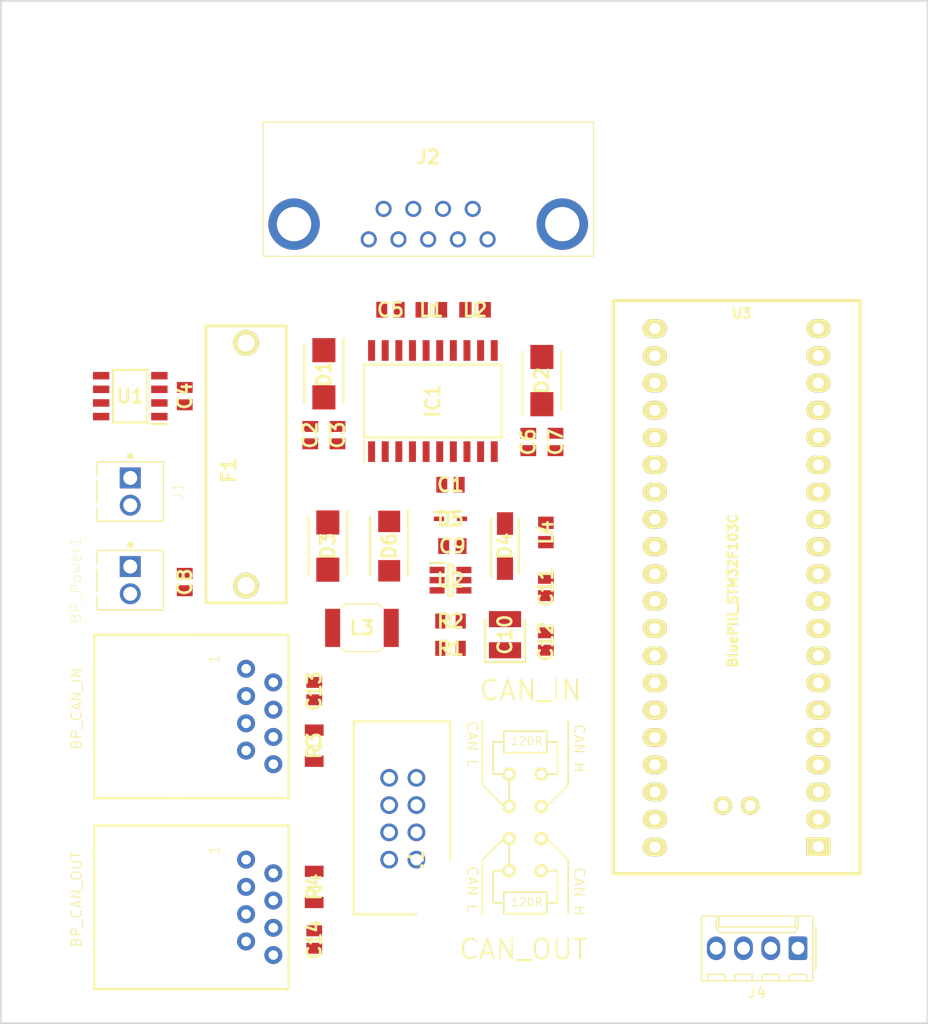
<source format=kicad_pcb>
(kicad_pcb (version 20171130) (host pcbnew 5.0.2-bee76a0~70~ubuntu18.04.1)

  (general
    (thickness 1.6)
    (drawings 55)
    (tracks 0)
    (zones 0)
    (modules 40)
    (nets 72)
  )

  (page A4)
  (layers
    (0 Top signal)
    (31 Bottom signal)
    (32 B.Adhes user)
    (33 F.Adhes user)
    (34 B.Paste user)
    (35 F.Paste user)
    (36 B.SilkS user)
    (37 F.SilkS user)
    (38 B.Mask user)
    (39 F.Mask user)
    (40 Dwgs.User user)
    (41 Cmts.User user)
    (42 Eco1.User user)
    (43 Eco2.User user)
    (44 Edge.Cuts user)
    (45 Margin user)
    (46 B.CrtYd user)
    (47 F.CrtYd user)
    (48 B.Fab user)
    (49 F.Fab user)
  )

  (setup
    (last_trace_width 0.25)
    (user_trace_width 1)
    (user_trace_width 1.222)
    (user_trace_width 2.54)
    (user_trace_width 1)
    (user_trace_width 1.222)
    (user_trace_width 2.54)
    (trace_clearance 0.2)
    (zone_clearance 0.508)
    (zone_45_only no)
    (trace_min 0.2)
    (segment_width 0.2)
    (edge_width 0.15)
    (via_size 0.8)
    (via_drill 0.4)
    (via_min_size 0.4)
    (via_min_drill 0.3)
    (uvia_size 0.3)
    (uvia_drill 0.1)
    (uvias_allowed no)
    (uvia_min_size 0.2)
    (uvia_min_drill 0.1)
    (pcb_text_width 0.3)
    (pcb_text_size 1.5 1.5)
    (mod_edge_width 0.15)
    (mod_text_size 1 1)
    (mod_text_width 0.15)
    (pad_size 1.524 1.524)
    (pad_drill 0.762)
    (pad_to_mask_clearance 0.051)
    (solder_mask_min_width 0.25)
    (aux_axis_origin 0 0)
    (visible_elements FFFFFF7F)
    (pcbplotparams
      (layerselection 0x010fc_ffffffff)
      (usegerberextensions false)
      (usegerberattributes false)
      (usegerberadvancedattributes false)
      (creategerberjobfile false)
      (excludeedgelayer true)
      (linewidth 0.100000)
      (plotframeref false)
      (viasonmask false)
      (mode 1)
      (useauxorigin false)
      (hpglpennumber 1)
      (hpglpenspeed 20)
      (hpglpendiameter 15.000000)
      (psnegative false)
      (psa4output false)
      (plotreference true)
      (plotvalue true)
      (plotinvisibletext false)
      (padsonsilk false)
      (subtractmaskfromsilk false)
      (outputformat 1)
      (mirror false)
      (drillshape 1)
      (scaleselection 1)
      (outputdirectory ""))
  )

  (net 0 "")
  (net 1 /PDM/CANL)
  (net 2 "Net-(.1-Pad2)")
  (net 3 /PDM/CANH)
  (net 4 "Net-(.1-Pad6)")
  (net 5 +24V)
  (net 6 "Net-(BP_CAN_IN1-Pad3)")
  (net 7 GND)
  (net 8 "Net-(BP_CAN_IN1-Pad6)")
  (net 9 "Net-(BP_CAN_OUT1-Pad6)")
  (net 10 "Net-(BP_CAN_OUT1-Pad3)")
  (net 11 +5V)
  (net 12 "Net-(C2-Pad2)")
  (net 13 GNDPWR)
  (net 14 "Net-(C3-Pad2)")
  (net 15 "Net-(C5-Pad1)")
  (net 16 "Net-(C5-Pad2)")
  (net 17 "Net-(C6-Pad2)")
  (net 18 "Net-(C6-Pad1)")
  (net 19 "Net-(C7-Pad1)")
  (net 20 "Net-(C9-Pad1)")
  (net 21 "Net-(C9-Pad2)")
  (net 22 "Net-(C11-Pad1)")
  (net 23 "Net-(D1-Pad2)")
  (net 24 "Net-(D2-Pad1)")
  (net 25 "Net-(D4-Pad1)")
  (net 26 "Net-(IC1-Pad1)")
  (net 27 "Net-(IC1-Pad8)")
  (net 28 "Net-(IC1-Pad9)")
  (net 29 "Net-(IC1-Pad15)")
  (net 30 "Net-(IC1-Pad16)")
  (net 31 "Net-(J2-Pad1)")
  (net 32 "Net-(J2-Pad7)")
  (net 33 "Net-(J2-Pad9)")
  (net 34 "Net-(U1-Pad5)")
  (net 35 "Net-(R1-Pad1)")
  (net 36 "Net-(J4-Pad1)")
  (net 37 "Net-(J4-Pad2)")
  (net 38 /CANTX_BP)
  (net 39 /CANRX_BP)
  (net 40 "Net-(U3-Pad1)")
  (net 41 "Net-(U3-Pad2)")
  (net 42 "Net-(U3-Pad3)")
  (net 43 "Net-(U3-Pad4)")
  (net 44 "Net-(U3-Pad5)")
  (net 45 "Net-(U3-Pad6)")
  (net 46 "Net-(U3-Pad7)")
  (net 47 "Net-(U3-Pad8)")
  (net 48 "Net-(U3-Pad9)")
  (net 49 "Net-(U3-Pad10)")
  (net 50 "Net-(U3-Pad11)")
  (net 51 "Net-(U3-Pad12)")
  (net 52 "Net-(U3-Pad13)")
  (net 53 "Net-(U3-Pad14)")
  (net 54 "Net-(U3-Pad17)")
  (net 55 +3V3)
  (net 56 "Net-(U3-Pad21)")
  (net 57 "Net-(U3-Pad22)")
  (net 58 "Net-(U3-Pad23)")
  (net 59 "Net-(U3-Pad24)")
  (net 60 "Net-(U3-Pad25)")
  (net 61 "Net-(U3-Pad26)")
  (net 62 "Net-(U3-Pad27)")
  (net 63 "Net-(U3-Pad28)")
  (net 64 "Net-(U3-Pad29)")
  (net 65 "Net-(U3-Pad30)")
  (net 66 "Net-(U3-Pad31)")
  (net 67 "Net-(U3-Pad32)")
  (net 68 "Net-(U3-Pad33)")
  (net 69 "Net-(U3-Pad41)")
  (net 70 "Net-(U3-Pad42)")
  (net 71 "Net-(BP_Power1-Pad1)")

  (net_class Default "This is the default net class."
    (clearance 0.2)
    (trace_width 0.25)
    (via_dia 0.8)
    (via_drill 0.4)
    (uvia_dia 0.3)
    (uvia_drill 0.1)
    (add_net +3V3)
    (add_net +5V)
    (add_net /CANRX_BP)
    (add_net /CANTX_BP)
    (add_net /PDM/CANH)
    (add_net /PDM/CANL)
    (add_net GND)
    (add_net GNDPWR)
    (add_net "Net-(BP_Power1-Pad1)")
    (add_net "Net-(C11-Pad1)")
    (add_net "Net-(C2-Pad2)")
    (add_net "Net-(C3-Pad2)")
    (add_net "Net-(C5-Pad1)")
    (add_net "Net-(C5-Pad2)")
    (add_net "Net-(C6-Pad1)")
    (add_net "Net-(C6-Pad2)")
    (add_net "Net-(C7-Pad1)")
    (add_net "Net-(C9-Pad1)")
    (add_net "Net-(C9-Pad2)")
    (add_net "Net-(D1-Pad2)")
    (add_net "Net-(D2-Pad1)")
    (add_net "Net-(D4-Pad1)")
    (add_net "Net-(IC1-Pad1)")
    (add_net "Net-(IC1-Pad15)")
    (add_net "Net-(IC1-Pad16)")
    (add_net "Net-(IC1-Pad8)")
    (add_net "Net-(IC1-Pad9)")
    (add_net "Net-(J2-Pad1)")
    (add_net "Net-(J2-Pad7)")
    (add_net "Net-(J2-Pad9)")
    (add_net "Net-(J4-Pad1)")
    (add_net "Net-(J4-Pad2)")
    (add_net "Net-(R1-Pad1)")
    (add_net "Net-(U1-Pad5)")
    (add_net "Net-(U3-Pad1)")
    (add_net "Net-(U3-Pad10)")
    (add_net "Net-(U3-Pad11)")
    (add_net "Net-(U3-Pad12)")
    (add_net "Net-(U3-Pad13)")
    (add_net "Net-(U3-Pad14)")
    (add_net "Net-(U3-Pad17)")
    (add_net "Net-(U3-Pad2)")
    (add_net "Net-(U3-Pad21)")
    (add_net "Net-(U3-Pad22)")
    (add_net "Net-(U3-Pad23)")
    (add_net "Net-(U3-Pad24)")
    (add_net "Net-(U3-Pad25)")
    (add_net "Net-(U3-Pad26)")
    (add_net "Net-(U3-Pad27)")
    (add_net "Net-(U3-Pad28)")
    (add_net "Net-(U3-Pad29)")
    (add_net "Net-(U3-Pad3)")
    (add_net "Net-(U3-Pad30)")
    (add_net "Net-(U3-Pad31)")
    (add_net "Net-(U3-Pad32)")
    (add_net "Net-(U3-Pad33)")
    (add_net "Net-(U3-Pad4)")
    (add_net "Net-(U3-Pad41)")
    (add_net "Net-(U3-Pad42)")
    (add_net "Net-(U3-Pad5)")
    (add_net "Net-(U3-Pad6)")
    (add_net "Net-(U3-Pad7)")
    (add_net "Net-(U3-Pad8)")
    (add_net "Net-(U3-Pad9)")
  )

  (net_class NETPAD ""
    (clearance 0.2)
    (trace_width 1)
    (via_dia 0.8)
    (via_drill 0.4)
    (uvia_dia 0.3)
    (uvia_drill 0.1)
    (add_net "Net-(.1-Pad2)")
    (add_net "Net-(.1-Pad6)")
    (add_net "Net-(BP_CAN_IN1-Pad3)")
    (add_net "Net-(BP_CAN_IN1-Pad6)")
    (add_net "Net-(BP_CAN_OUT1-Pad3)")
    (add_net "Net-(BP_CAN_OUT1-Pad6)")
  )

  (net_class POWER ""
    (clearance 0.2)
    (trace_width 2.54)
    (via_dia 0.8)
    (via_drill 0.4)
    (uvia_dia 0.3)
    (uvia_drill 0.1)
    (add_net +24V)
  )

  (net_class PWR ""
    (clearance 0.2)
    (trace_width 1)
    (via_dia 0.8)
    (via_drill 0.4)
    (uvia_dia 0.3)
    (uvia_drill 0.1)
  )

  (module RS232C-Interface+PDM:Screwterminal (layer Top) (tedit 5DC0053B) (tstamp 5DC00000)
    (at 118.745 106.68 270)
    (path /5DA86345/6CFE1E7432EEE89C)
    (fp_text reference BP_Power1 (at 0 5.08 270) (layer F.SilkS)
      (effects (font (size 1.00002 1.00002) (thickness 0.05)))
    )
    (fp_text value TERMINAL-2-2,5X5,5MM (at 0.636265 4.45385 270) (layer F.SilkS) hide
      (effects (font (size 1.00199 1.00199) (thickness 0.05)))
    )
    (fp_circle (center -3.3 0) (end -3.15 0) (layer F.SilkS) (width 0.3))
    (fp_line (start -3.02 3.35) (end -3.02 -3.35) (layer Eco1.User) (width 0.05))
    (fp_line (start 3.02 3.35) (end -3.02 3.35) (layer Eco1.User) (width 0.05))
    (fp_line (start 3.02 -3.35) (end 3.02 3.35) (layer Eco1.User) (width 0.05))
    (fp_line (start -3.02 -3.35) (end 3.02 -3.35) (layer Eco1.User) (width 0.05))
    (fp_line (start -2.77 3.1) (end -2.77 -3.1) (layer Eco2.User) (width 0.127))
    (fp_line (start 2.77 3.1) (end -2.77 3.1) (layer Eco2.User) (width 0.127))
    (fp_line (start 2.77 -3.1) (end 2.77 3.1) (layer Eco2.User) (width 0.127))
    (fp_line (start -2.77 -3.1) (end 2.77 -3.1) (layer Eco2.User) (width 0.127))
    (fp_line (start -2.77 3.1) (end -2.77 -3.1) (layer F.SilkS) (width 0.127))
    (fp_line (start 2.77 3.1) (end -2.77 3.1) (layer F.SilkS) (width 0.127))
    (fp_line (start 2.77 -3.1) (end 2.77 3.1) (layer F.SilkS) (width 0.127))
    (fp_line (start -2.77 -3.1) (end 2.77 -3.1) (layer F.SilkS) (width 0.127))
    (pad Hole np_thru_hole circle (at 1.27 2.54 270) (size 1.2 1.2) (drill 1.2) (layers *.Cu *.Mask F.SilkS))
    (pad Hole np_thru_hole circle (at -1.27 2.54 270) (size 1.2 1.2) (drill 1.2) (layers *.Cu *.Mask F.SilkS))
    (pad 2 thru_hole circle (at 1.27 0 270) (size 1.95 1.95) (drill 1.3) (layers *.Cu *.Mask)
      (net 7 GND))
    (pad 1 thru_hole rect (at -1.27 0 270) (size 1.95 1.95) (drill 1.3) (layers *.Cu *.Mask)
      (net 71 "Net-(BP_Power1-Pad1)"))
  )

  (module RS232C-Interface+PDM:Capacitor0805 (layer Top) (tedit 0) (tstamp 5DC0000F)
    (at 138.059982 93.167803 90)
    (descr J0805)
    (tags Capacitor)
    (path /5D7903B6)
    (attr smd)
    (fp_text reference C3 (at 0 0 90) (layer F.SilkS)
      (effects (font (size 1.27 1.27) (thickness 0.254)))
    )
    (fp_text value 100n (at 0 0 90) (layer F.SilkS) hide
      (effects (font (size 1.27 1.27) (thickness 0.254)))
    )
    (fp_line (start -1.005 0.625) (end -1.005 -0.625) (layer F.Fab) (width 0.1))
    (fp_line (start 1.005 0.625) (end -1.005 0.625) (layer F.Fab) (width 0.1))
    (fp_line (start 1.005 -0.625) (end 1.005 0.625) (layer F.Fab) (width 0.1))
    (fp_line (start -1.005 -0.625) (end 1.005 -0.625) (layer F.Fab) (width 0.1))
    (fp_line (start -1.47 0.89) (end -1.47 -0.89) (layer F.CrtYd) (width 0.05))
    (fp_line (start 1.47 0.89) (end -1.47 0.89) (layer F.CrtYd) (width 0.05))
    (fp_line (start 1.47 -0.89) (end 1.47 0.89) (layer F.CrtYd) (width 0.05))
    (fp_line (start -1.47 -0.89) (end 1.47 -0.89) (layer F.CrtYd) (width 0.05))
    (fp_text user %R (at 0 0 90) (layer F.Fab)
      (effects (font (size 1.27 1.27) (thickness 0.254)))
    )
    (pad 2 smd rect (at 0.81 0 90) (size 1.02 1.47) (layers Top F.Paste F.Mask)
      (net 14 "Net-(C3-Pad2)"))
    (pad 1 smd rect (at -0.81 0 90) (size 1.02 1.47) (layers Top F.Paste F.Mask)
      (net 12 "Net-(C2-Pad2)"))
    (model 08055C104KAT2A.stp
      (at (xyz 0 0 0))
      (scale (xyz 1 1 1))
      (rotate (xyz 0 0 0))
    )
  )

  (module RS232C-Interface+PDM:Capacitor0805 (layer Top) (tedit 0) (tstamp 5DC0001E)
    (at 123.825 89.535 270)
    (descr J0805)
    (tags Capacitor)
    (path /5D726BD3)
    (attr smd)
    (fp_text reference C4 (at 0 0 270) (layer F.SilkS)
      (effects (font (size 1.27 1.27) (thickness 0.254)))
    )
    (fp_text value 100n (at 0 0 270) (layer F.SilkS) hide
      (effects (font (size 1.27 1.27) (thickness 0.254)))
    )
    (fp_line (start -1.005 0.625) (end -1.005 -0.625) (layer F.Fab) (width 0.1))
    (fp_line (start 1.005 0.625) (end -1.005 0.625) (layer F.Fab) (width 0.1))
    (fp_line (start 1.005 -0.625) (end 1.005 0.625) (layer F.Fab) (width 0.1))
    (fp_line (start -1.005 -0.625) (end 1.005 -0.625) (layer F.Fab) (width 0.1))
    (fp_line (start -1.47 0.89) (end -1.47 -0.89) (layer F.CrtYd) (width 0.05))
    (fp_line (start 1.47 0.89) (end -1.47 0.89) (layer F.CrtYd) (width 0.05))
    (fp_line (start 1.47 -0.89) (end 1.47 0.89) (layer F.CrtYd) (width 0.05))
    (fp_line (start -1.47 -0.89) (end 1.47 -0.89) (layer F.CrtYd) (width 0.05))
    (fp_text user %R (at 0 0 270) (layer F.Fab)
      (effects (font (size 1.27 1.27) (thickness 0.254)))
    )
    (pad 2 smd rect (at 0.81 0 270) (size 1.02 1.47) (layers Top F.Paste F.Mask)
      (net 7 GND))
    (pad 1 smd rect (at -0.81 0 270) (size 1.02 1.47) (layers Top F.Paste F.Mask)
      (net 11 +5V))
    (model 08055C104KAT2A.stp
      (at (xyz 0 0 0))
      (scale (xyz 1 1 1))
      (rotate (xyz 0 0 0))
    )
  )

  (module RS232C-Interface+PDM:Capacitor0805 (layer Top) (tedit 0) (tstamp 5DC0002D)
    (at 142.995298 81.488084)
    (descr J0805)
    (tags Capacitor)
    (path /5D79042F)
    (attr smd)
    (fp_text reference C5 (at 0 0) (layer F.SilkS)
      (effects (font (size 1.27 1.27) (thickness 0.254)))
    )
    (fp_text value 100n (at 0 0) (layer F.SilkS) hide
      (effects (font (size 1.27 1.27) (thickness 0.254)))
    )
    (fp_text user %R (at 0 0) (layer F.Fab)
      (effects (font (size 1.27 1.27) (thickness 0.254)))
    )
    (fp_line (start -1.47 -0.89) (end 1.47 -0.89) (layer F.CrtYd) (width 0.05))
    (fp_line (start 1.47 -0.89) (end 1.47 0.89) (layer F.CrtYd) (width 0.05))
    (fp_line (start 1.47 0.89) (end -1.47 0.89) (layer F.CrtYd) (width 0.05))
    (fp_line (start -1.47 0.89) (end -1.47 -0.89) (layer F.CrtYd) (width 0.05))
    (fp_line (start -1.005 -0.625) (end 1.005 -0.625) (layer F.Fab) (width 0.1))
    (fp_line (start 1.005 -0.625) (end 1.005 0.625) (layer F.Fab) (width 0.1))
    (fp_line (start 1.005 0.625) (end -1.005 0.625) (layer F.Fab) (width 0.1))
    (fp_line (start -1.005 0.625) (end -1.005 -0.625) (layer F.Fab) (width 0.1))
    (pad 1 smd rect (at -0.81 0) (size 1.02 1.47) (layers Top F.Paste F.Mask)
      (net 15 "Net-(C5-Pad1)"))
    (pad 2 smd rect (at 0.81 0) (size 1.02 1.47) (layers Top F.Paste F.Mask)
      (net 16 "Net-(C5-Pad2)"))
    (model 08055C104KAT2A.stp
      (at (xyz 0 0 0))
      (scale (xyz 1 1 1))
      (rotate (xyz 0 0 0))
    )
  )

  (module RS232C-Interface+PDM:Capacitor0805 (layer Top) (tedit 0) (tstamp 5DC0003C)
    (at 155.839982 93.802803 90)
    (descr J0805)
    (tags Capacitor)
    (path /5D78D67C)
    (attr smd)
    (fp_text reference C6 (at 0 0 90) (layer F.SilkS)
      (effects (font (size 1.27 1.27) (thickness 0.254)))
    )
    (fp_text value 100n (at 0 0 90) (layer F.SilkS) hide
      (effects (font (size 1.27 1.27) (thickness 0.254)))
    )
    (fp_text user %R (at 0 0 90) (layer F.Fab)
      (effects (font (size 1.27 1.27) (thickness 0.254)))
    )
    (fp_line (start -1.47 -0.89) (end 1.47 -0.89) (layer F.CrtYd) (width 0.05))
    (fp_line (start 1.47 -0.89) (end 1.47 0.89) (layer F.CrtYd) (width 0.05))
    (fp_line (start 1.47 0.89) (end -1.47 0.89) (layer F.CrtYd) (width 0.05))
    (fp_line (start -1.47 0.89) (end -1.47 -0.89) (layer F.CrtYd) (width 0.05))
    (fp_line (start -1.005 -0.625) (end 1.005 -0.625) (layer F.Fab) (width 0.1))
    (fp_line (start 1.005 -0.625) (end 1.005 0.625) (layer F.Fab) (width 0.1))
    (fp_line (start 1.005 0.625) (end -1.005 0.625) (layer F.Fab) (width 0.1))
    (fp_line (start -1.005 0.625) (end -1.005 -0.625) (layer F.Fab) (width 0.1))
    (pad 1 smd rect (at -0.81 0 90) (size 1.02 1.47) (layers Top F.Paste F.Mask)
      (net 18 "Net-(C6-Pad1)"))
    (pad 2 smd rect (at 0.81 0 90) (size 1.02 1.47) (layers Top F.Paste F.Mask)
      (net 17 "Net-(C6-Pad2)"))
    (model 08055C104KAT2A.stp
      (at (xyz 0 0 0))
      (scale (xyz 1 1 1))
      (rotate (xyz 0 0 0))
    )
  )

  (module RS232C-Interface+PDM:Capacitor0805 (layer Top) (tedit 0) (tstamp 5DC0004B)
    (at 158.379982 93.802803 90)
    (descr J0805)
    (tags Capacitor)
    (path /5D78AF95)
    (attr smd)
    (fp_text reference C7 (at 0 0 90) (layer F.SilkS)
      (effects (font (size 1.27 1.27) (thickness 0.254)))
    )
    (fp_text value 100n (at 0 0 90) (layer F.SilkS) hide
      (effects (font (size 1.27 1.27) (thickness 0.254)))
    )
    (fp_text user %R (at 0 0 90) (layer F.Fab)
      (effects (font (size 1.27 1.27) (thickness 0.254)))
    )
    (fp_line (start -1.47 -0.89) (end 1.47 -0.89) (layer F.CrtYd) (width 0.05))
    (fp_line (start 1.47 -0.89) (end 1.47 0.89) (layer F.CrtYd) (width 0.05))
    (fp_line (start 1.47 0.89) (end -1.47 0.89) (layer F.CrtYd) (width 0.05))
    (fp_line (start -1.47 0.89) (end -1.47 -0.89) (layer F.CrtYd) (width 0.05))
    (fp_line (start -1.005 -0.625) (end 1.005 -0.625) (layer F.Fab) (width 0.1))
    (fp_line (start 1.005 -0.625) (end 1.005 0.625) (layer F.Fab) (width 0.1))
    (fp_line (start 1.005 0.625) (end -1.005 0.625) (layer F.Fab) (width 0.1))
    (fp_line (start -1.005 0.625) (end -1.005 -0.625) (layer F.Fab) (width 0.1))
    (pad 1 smd rect (at -0.81 0 90) (size 1.02 1.47) (layers Top F.Paste F.Mask)
      (net 19 "Net-(C7-Pad1)"))
    (pad 2 smd rect (at 0.81 0 90) (size 1.02 1.47) (layers Top F.Paste F.Mask)
      (net 13 GNDPWR))
    (model 08055C104KAT2A.stp
      (at (xyz 0 0 0))
      (scale (xyz 1 1 1))
      (rotate (xyz 0 0 0))
    )
  )

  (module RS232C-Interface+PDM:Capacitor0805 (layer Top) (tedit 0) (tstamp 5DC0005A)
    (at 123.825 106.855 270)
    (descr J0805)
    (tags Capacitor)
    (path /5D72B1B7)
    (attr smd)
    (fp_text reference C8 (at 0 0 270) (layer F.SilkS)
      (effects (font (size 1.27 1.27) (thickness 0.254)))
    )
    (fp_text value 100n (at 0 0 270) (layer F.SilkS) hide
      (effects (font (size 1.27 1.27) (thickness 0.254)))
    )
    (fp_text user %R (at 0 0 270) (layer F.Fab)
      (effects (font (size 1.27 1.27) (thickness 0.254)))
    )
    (fp_line (start -1.47 -0.89) (end 1.47 -0.89) (layer F.CrtYd) (width 0.05))
    (fp_line (start 1.47 -0.89) (end 1.47 0.89) (layer F.CrtYd) (width 0.05))
    (fp_line (start 1.47 0.89) (end -1.47 0.89) (layer F.CrtYd) (width 0.05))
    (fp_line (start -1.47 0.89) (end -1.47 -0.89) (layer F.CrtYd) (width 0.05))
    (fp_line (start -1.005 -0.625) (end 1.005 -0.625) (layer F.Fab) (width 0.1))
    (fp_line (start 1.005 -0.625) (end 1.005 0.625) (layer F.Fab) (width 0.1))
    (fp_line (start 1.005 0.625) (end -1.005 0.625) (layer F.Fab) (width 0.1))
    (fp_line (start -1.005 0.625) (end -1.005 -0.625) (layer F.Fab) (width 0.1))
    (pad 1 smd rect (at -0.81 0 270) (size 1.02 1.47) (layers Top F.Paste F.Mask)
      (net 5 +24V))
    (pad 2 smd rect (at 0.81 0 270) (size 1.02 1.47) (layers Top F.Paste F.Mask)
      (net 7 GND))
    (model 08055C104KAT2A.stp
      (at (xyz 0 0 0))
      (scale (xyz 1 1 1))
      (rotate (xyz 0 0 0))
    )
  )

  (module RS232C-Interface+PDM:Capacitor0805 (layer Top) (tedit 0) (tstamp 5DC00069)
    (at 148.765 103.505 180)
    (descr J0805)
    (tags Capacitor)
    (path /5D769BC5)
    (attr smd)
    (fp_text reference C9 (at 0 0 180) (layer F.SilkS)
      (effects (font (size 1.27 1.27) (thickness 0.254)))
    )
    (fp_text value 100n (at 0 0 180) (layer F.SilkS) hide
      (effects (font (size 1.27 1.27) (thickness 0.254)))
    )
    (fp_text user %R (at 0 0 180) (layer F.Fab)
      (effects (font (size 1.27 1.27) (thickness 0.254)))
    )
    (fp_line (start -1.47 -0.89) (end 1.47 -0.89) (layer F.CrtYd) (width 0.05))
    (fp_line (start 1.47 -0.89) (end 1.47 0.89) (layer F.CrtYd) (width 0.05))
    (fp_line (start 1.47 0.89) (end -1.47 0.89) (layer F.CrtYd) (width 0.05))
    (fp_line (start -1.47 0.89) (end -1.47 -0.89) (layer F.CrtYd) (width 0.05))
    (fp_line (start -1.005 -0.625) (end 1.005 -0.625) (layer F.Fab) (width 0.1))
    (fp_line (start 1.005 -0.625) (end 1.005 0.625) (layer F.Fab) (width 0.1))
    (fp_line (start 1.005 0.625) (end -1.005 0.625) (layer F.Fab) (width 0.1))
    (fp_line (start -1.005 0.625) (end -1.005 -0.625) (layer F.Fab) (width 0.1))
    (pad 1 smd rect (at -0.81 0 180) (size 1.02 1.47) (layers Top F.Paste F.Mask)
      (net 20 "Net-(C9-Pad1)"))
    (pad 2 smd rect (at 0.81 0 180) (size 1.02 1.47) (layers Top F.Paste F.Mask)
      (net 21 "Net-(C9-Pad2)"))
    (model 08055C104KAT2A.stp
      (at (xyz 0 0 0))
      (scale (xyz 1 1 1))
      (rotate (xyz 0 0 0))
    )
  )

  (module RS232C-Interface+PDM:CAPPC3528X210N (layer Top) (tedit 0) (tstamp 5DC0007C)
    (at 153.67 111.76 90)
    (descr "CASE B")
    (tags "Capacitor Polarised")
    (path /5D769C58)
    (attr smd)
    (fp_text reference C10 (at 0 0 90) (layer F.SilkS)
      (effects (font (size 1.27 1.27) (thickness 0.254)))
    )
    (fp_text value "22u " (at 0 0 90) (layer F.SilkS) hide
      (effects (font (size 1.27 1.27) (thickness 0.254)))
    )
    (fp_text user %R (at 0 0 90) (layer F.Fab)
      (effects (font (size 1.27 1.27) (thickness 0.254)))
    )
    (fp_line (start -2.65 -1.95) (end 2.65 -1.95) (layer F.CrtYd) (width 0.05))
    (fp_line (start 2.65 -1.95) (end 2.65 1.95) (layer F.CrtYd) (width 0.05))
    (fp_line (start 2.65 1.95) (end -2.65 1.95) (layer F.CrtYd) (width 0.05))
    (fp_line (start -2.65 1.95) (end -2.65 -1.95) (layer F.CrtYd) (width 0.05))
    (fp_line (start -1.75 -1.4) (end 1.75 -1.4) (layer F.Fab) (width 0.1))
    (fp_line (start 1.75 -1.4) (end 1.75 1.4) (layer F.Fab) (width 0.1))
    (fp_line (start 1.75 1.4) (end -1.75 1.4) (layer F.Fab) (width 0.1))
    (fp_line (start -1.75 1.4) (end -1.75 -1.4) (layer F.Fab) (width 0.1))
    (fp_line (start -1.75 -0.65) (end -1 -1.4) (layer F.Fab) (width 0.1))
    (fp_line (start 1.45 -1.85) (end -2.55 -1.85) (layer F.SilkS) (width 0.2))
    (fp_line (start -2.55 -1.85) (end -2.55 1.85) (layer F.SilkS) (width 0.2))
    (fp_line (start -2.55 1.85) (end 1.45 1.85) (layer F.SilkS) (width 0.2))
    (pad 1 smd rect (at -1.45 0 90) (size 1.5 3) (layers Top F.Paste F.Mask)
      (net 11 +5V))
    (pad 2 smd rect (at 1.45 0 90) (size 1.5 3) (layers Top F.Paste F.Mask)
      (net 7 GND))
    (model 593D226X9010B2TE3.stp
      (at (xyz 0 0 0))
      (scale (xyz 1 1 1))
      (rotate (xyz 0 0 0))
    )
  )

  (module RS232C-Interface+PDM:Capacitor0805 (layer Top) (tedit 0) (tstamp 5DC0008B)
    (at 157.48 107.315 270)
    (descr J0805)
    (tags Capacitor)
    (path /5D72CCBC)
    (attr smd)
    (fp_text reference C11 (at 0 0 270) (layer F.SilkS)
      (effects (font (size 1.27 1.27) (thickness 0.254)))
    )
    (fp_text value 100n (at 0 0 270) (layer F.SilkS) hide
      (effects (font (size 1.27 1.27) (thickness 0.254)))
    )
    (fp_line (start -1.005 0.625) (end -1.005 -0.625) (layer F.Fab) (width 0.1))
    (fp_line (start 1.005 0.625) (end -1.005 0.625) (layer F.Fab) (width 0.1))
    (fp_line (start 1.005 -0.625) (end 1.005 0.625) (layer F.Fab) (width 0.1))
    (fp_line (start -1.005 -0.625) (end 1.005 -0.625) (layer F.Fab) (width 0.1))
    (fp_line (start -1.47 0.89) (end -1.47 -0.89) (layer F.CrtYd) (width 0.05))
    (fp_line (start 1.47 0.89) (end -1.47 0.89) (layer F.CrtYd) (width 0.05))
    (fp_line (start 1.47 -0.89) (end 1.47 0.89) (layer F.CrtYd) (width 0.05))
    (fp_line (start -1.47 -0.89) (end 1.47 -0.89) (layer F.CrtYd) (width 0.05))
    (fp_text user %R (at 0 0 270) (layer F.Fab)
      (effects (font (size 1.27 1.27) (thickness 0.254)))
    )
    (pad 2 smd rect (at 0.81 0 270) (size 1.02 1.47) (layers Top F.Paste F.Mask)
      (net 7 GND))
    (pad 1 smd rect (at -0.81 0 270) (size 1.02 1.47) (layers Top F.Paste F.Mask)
      (net 22 "Net-(C11-Pad1)"))
    (model 08055C104KAT2A.stp
      (at (xyz 0 0 0))
      (scale (xyz 1 1 1))
      (rotate (xyz 0 0 0))
    )
  )

  (module RS232C-Interface+PDM:Capacitor0805 (layer Top) (tedit 0) (tstamp 5DC0009A)
    (at 157.48 112.395 270)
    (descr J0805)
    (tags Capacitor)
    (path /5D72CBFB)
    (attr smd)
    (fp_text reference C12 (at 0 0 270) (layer F.SilkS)
      (effects (font (size 1.27 1.27) (thickness 0.254)))
    )
    (fp_text value 10u (at 0 0 270) (layer F.SilkS) hide
      (effects (font (size 1.27 1.27) (thickness 0.254)))
    )
    (fp_text user %R (at 0 0 270) (layer F.Fab)
      (effects (font (size 1.27 1.27) (thickness 0.254)))
    )
    (fp_line (start -1.47 -0.89) (end 1.47 -0.89) (layer F.CrtYd) (width 0.05))
    (fp_line (start 1.47 -0.89) (end 1.47 0.89) (layer F.CrtYd) (width 0.05))
    (fp_line (start 1.47 0.89) (end -1.47 0.89) (layer F.CrtYd) (width 0.05))
    (fp_line (start -1.47 0.89) (end -1.47 -0.89) (layer F.CrtYd) (width 0.05))
    (fp_line (start -1.005 -0.625) (end 1.005 -0.625) (layer F.Fab) (width 0.1))
    (fp_line (start 1.005 -0.625) (end 1.005 0.625) (layer F.Fab) (width 0.1))
    (fp_line (start 1.005 0.625) (end -1.005 0.625) (layer F.Fab) (width 0.1))
    (fp_line (start -1.005 0.625) (end -1.005 -0.625) (layer F.Fab) (width 0.1))
    (pad 1 smd rect (at -0.81 0 270) (size 1.02 1.47) (layers Top F.Paste F.Mask)
      (net 22 "Net-(C11-Pad1)"))
    (pad 2 smd rect (at 0.81 0 270) (size 1.02 1.47) (layers Top F.Paste F.Mask)
      (net 7 GND))
    (model 08055C104KAT2A.stp
      (at (xyz 0 0 0))
      (scale (xyz 1 1 1))
      (rotate (xyz 0 0 0))
    )
  )

  (module RS232C-Interface+PDM:Capacitor0805 (layer Top) (tedit 0) (tstamp 5DC000A9)
    (at 135.89 117.015 270)
    (descr J0805)
    (tags Capacitor)
    (path /5DA86345/5902D293218CB388)
    (attr smd)
    (fp_text reference C13 (at 0 0 270) (layer F.SilkS)
      (effects (font (size 1.27 1.27) (thickness 0.254)))
    )
    (fp_text value 100n (at 0 0 270) (layer F.SilkS) hide
      (effects (font (size 1.27 1.27) (thickness 0.254)))
    )
    (fp_line (start -1.005 0.625) (end -1.005 -0.625) (layer F.Fab) (width 0.1))
    (fp_line (start 1.005 0.625) (end -1.005 0.625) (layer F.Fab) (width 0.1))
    (fp_line (start 1.005 -0.625) (end 1.005 0.625) (layer F.Fab) (width 0.1))
    (fp_line (start -1.005 -0.625) (end 1.005 -0.625) (layer F.Fab) (width 0.1))
    (fp_line (start -1.47 0.89) (end -1.47 -0.89) (layer F.CrtYd) (width 0.05))
    (fp_line (start 1.47 0.89) (end -1.47 0.89) (layer F.CrtYd) (width 0.05))
    (fp_line (start 1.47 -0.89) (end 1.47 0.89) (layer F.CrtYd) (width 0.05))
    (fp_line (start -1.47 -0.89) (end 1.47 -0.89) (layer F.CrtYd) (width 0.05))
    (fp_text user %R (at 0 0 270) (layer F.Fab)
      (effects (font (size 1.27 1.27) (thickness 0.254)))
    )
    (pad 2 smd rect (at 0.81 0 270) (size 1.02 1.47) (layers Top F.Paste F.Mask)
      (net 5 +24V))
    (pad 1 smd rect (at -0.81 0 270) (size 1.02 1.47) (layers Top F.Paste F.Mask)
      (net 7 GND))
    (model 08055C104KAT2A.stp
      (at (xyz 0 0 0))
      (scale (xyz 1 1 1))
      (rotate (xyz 0 0 0))
    )
  )

  (module RS232C-Interface+PDM:Capacitor0805 (layer Top) (tedit 0) (tstamp 5DC000B8)
    (at 135.89 140.16 270)
    (descr J0805)
    (tags Capacitor)
    (path /5DA86345/DE3531F169098DAB)
    (attr smd)
    (fp_text reference C14 (at 0 0 270) (layer F.SilkS)
      (effects (font (size 1.27 1.27) (thickness 0.254)))
    )
    (fp_text value 100n (at 0 0 270) (layer F.SilkS) hide
      (effects (font (size 1.27 1.27) (thickness 0.254)))
    )
    (fp_line (start -1.005 0.625) (end -1.005 -0.625) (layer F.Fab) (width 0.1))
    (fp_line (start 1.005 0.625) (end -1.005 0.625) (layer F.Fab) (width 0.1))
    (fp_line (start 1.005 -0.625) (end 1.005 0.625) (layer F.Fab) (width 0.1))
    (fp_line (start -1.005 -0.625) (end 1.005 -0.625) (layer F.Fab) (width 0.1))
    (fp_line (start -1.47 0.89) (end -1.47 -0.89) (layer F.CrtYd) (width 0.05))
    (fp_line (start 1.47 0.89) (end -1.47 0.89) (layer F.CrtYd) (width 0.05))
    (fp_line (start 1.47 -0.89) (end 1.47 0.89) (layer F.CrtYd) (width 0.05))
    (fp_line (start -1.47 -0.89) (end 1.47 -0.89) (layer F.CrtYd) (width 0.05))
    (fp_text user %R (at 0 0 270) (layer F.Fab)
      (effects (font (size 1.27 1.27) (thickness 0.254)))
    )
    (pad 2 smd rect (at 0.81 0 270) (size 1.02 1.47) (layers Top F.Paste F.Mask)
      (net 5 +24V))
    (pad 1 smd rect (at -0.81 0 270) (size 1.02 1.47) (layers Top F.Paste F.Mask)
      (net 7 GND))
    (model 08055C104KAT2A.stp
      (at (xyz 0 0 0))
      (scale (xyz 1 1 1))
      (rotate (xyz 0 0 0))
    )
  )

  (module "RS232C-Interface+PDM:TransileDiode P6SMB33CA" (layer Top) (tedit 0) (tstamp 5DC000CA)
    (at 136.789982 87.452803 270)
    (descr "SMB CASE 403A-03")
    (tags "Integrated Circuit")
    (path /5D79F709)
    (attr smd)
    (fp_text reference D1 (at 0 0 270) (layer F.SilkS)
      (effects (font (size 1.27 1.27) (thickness 0.254)))
    )
    (fp_text value D_TVS (at 0 0 270) (layer F.SilkS) hide
      (effects (font (size 1.27 1.27) (thickness 0.254)))
    )
    (fp_text user %R (at 0 0 270) (layer F.Fab)
      (effects (font (size 1.27 1.27) (thickness 0.254)))
    )
    (fp_line (start -3.575 -2.225) (end 3.575 -2.225) (layer F.CrtYd) (width 0.05))
    (fp_line (start 3.575 -2.225) (end 3.575 2.225) (layer F.CrtYd) (width 0.05))
    (fp_line (start 3.575 2.225) (end -3.575 2.225) (layer F.CrtYd) (width 0.05))
    (fp_line (start -3.575 2.225) (end -3.575 -2.225) (layer F.CrtYd) (width 0.05))
    (fp_line (start -2.702 -1.812) (end 2.702 -1.812) (layer F.Fab) (width 0.1))
    (fp_line (start 2.702 -1.812) (end 2.702 1.812) (layer F.Fab) (width 0.1))
    (fp_line (start 2.702 1.812) (end -2.702 1.812) (layer F.Fab) (width 0.1))
    (fp_line (start -2.702 1.812) (end -2.702 -1.812) (layer F.Fab) (width 0.1))
    (fp_line (start -2.702 -0.738) (end -1.628 -1.812) (layer F.Fab) (width 0.1))
    (fp_line (start 2.702 -1.812) (end -3.275 -1.812) (layer F.SilkS) (width 0.2))
    (fp_line (start -2.702 1.812) (end 2.702 1.812) (layer F.SilkS) (width 0.2))
    (pad 1 smd rect (at -2.2 0) (size 2.15 2.25) (layers Top F.Paste F.Mask)
      (net 13 GNDPWR))
    (pad 2 smd rect (at 2.2 0) (size 2.15 2.25) (layers Top F.Paste F.Mask)
      (net 23 "Net-(D1-Pad2)"))
    (model P6SMB33CAT3G.stp
      (at (xyz 0 0 0))
      (scale (xyz 1 1 1))
      (rotate (xyz 0 0 0))
    )
  )

  (module "RS232C-Interface+PDM:TransileDiode P6SMB33CA" (layer Top) (tedit 0) (tstamp 5DC000DC)
    (at 157.109982 88.087803 90)
    (descr "SMB CASE 403A-03")
    (tags "Integrated Circuit")
    (path /5D79F5D0)
    (attr smd)
    (fp_text reference D2 (at 0 0 90) (layer F.SilkS)
      (effects (font (size 1.27 1.27) (thickness 0.254)))
    )
    (fp_text value D_TVS (at 0 0 90) (layer F.SilkS) hide
      (effects (font (size 1.27 1.27) (thickness 0.254)))
    )
    (fp_line (start -2.702 1.812) (end 2.702 1.812) (layer F.SilkS) (width 0.2))
    (fp_line (start 2.702 -1.812) (end -3.275 -1.812) (layer F.SilkS) (width 0.2))
    (fp_line (start -2.702 -0.738) (end -1.628 -1.812) (layer F.Fab) (width 0.1))
    (fp_line (start -2.702 1.812) (end -2.702 -1.812) (layer F.Fab) (width 0.1))
    (fp_line (start 2.702 1.812) (end -2.702 1.812) (layer F.Fab) (width 0.1))
    (fp_line (start 2.702 -1.812) (end 2.702 1.812) (layer F.Fab) (width 0.1))
    (fp_line (start -2.702 -1.812) (end 2.702 -1.812) (layer F.Fab) (width 0.1))
    (fp_line (start -3.575 2.225) (end -3.575 -2.225) (layer F.CrtYd) (width 0.05))
    (fp_line (start 3.575 2.225) (end -3.575 2.225) (layer F.CrtYd) (width 0.05))
    (fp_line (start 3.575 -2.225) (end 3.575 2.225) (layer F.CrtYd) (width 0.05))
    (fp_line (start -3.575 -2.225) (end 3.575 -2.225) (layer F.CrtYd) (width 0.05))
    (fp_text user %R (at 0 0 90) (layer F.Fab)
      (effects (font (size 1.27 1.27) (thickness 0.254)))
    )
    (pad 2 smd rect (at 2.2 0 180) (size 2.15 2.25) (layers Top F.Paste F.Mask)
      (net 13 GNDPWR))
    (pad 1 smd rect (at -2.2 0 180) (size 2.15 2.25) (layers Top F.Paste F.Mask)
      (net 24 "Net-(D2-Pad1)"))
    (model P6SMB33CAT3G.stp
      (at (xyz 0 0 0))
      (scale (xyz 1 1 1))
      (rotate (xyz 0 0 0))
    )
  )

  (module "RS232C-Interface+PDM:TransileDiode P6SMB33CA" (layer Top) (tedit 0) (tstamp 5DC000EE)
    (at 137.16 103.505 270)
    (descr "SMB CASE 403A-03")
    (tags "Integrated Circuit")
    (path /5D72814E)
    (attr smd)
    (fp_text reference D3 (at 0 0 270) (layer F.SilkS)
      (effects (font (size 1.27 1.27) (thickness 0.254)))
    )
    (fp_text value D_TVS (at 0 0 270) (layer F.SilkS) hide
      (effects (font (size 1.27 1.27) (thickness 0.254)))
    )
    (fp_text user %R (at 0 0 270) (layer F.Fab)
      (effects (font (size 1.27 1.27) (thickness 0.254)))
    )
    (fp_line (start -3.575 -2.225) (end 3.575 -2.225) (layer F.CrtYd) (width 0.05))
    (fp_line (start 3.575 -2.225) (end 3.575 2.225) (layer F.CrtYd) (width 0.05))
    (fp_line (start 3.575 2.225) (end -3.575 2.225) (layer F.CrtYd) (width 0.05))
    (fp_line (start -3.575 2.225) (end -3.575 -2.225) (layer F.CrtYd) (width 0.05))
    (fp_line (start -2.702 -1.812) (end 2.702 -1.812) (layer F.Fab) (width 0.1))
    (fp_line (start 2.702 -1.812) (end 2.702 1.812) (layer F.Fab) (width 0.1))
    (fp_line (start 2.702 1.812) (end -2.702 1.812) (layer F.Fab) (width 0.1))
    (fp_line (start -2.702 1.812) (end -2.702 -1.812) (layer F.Fab) (width 0.1))
    (fp_line (start -2.702 -0.738) (end -1.628 -1.812) (layer F.Fab) (width 0.1))
    (fp_line (start 2.702 -1.812) (end -3.275 -1.812) (layer F.SilkS) (width 0.2))
    (fp_line (start -2.702 1.812) (end 2.702 1.812) (layer F.SilkS) (width 0.2))
    (pad 1 smd rect (at -2.2 0) (size 2.15 2.25) (layers Top F.Paste F.Mask)
      (net 7 GND))
    (pad 2 smd rect (at 2.2 0) (size 2.15 2.25) (layers Top F.Paste F.Mask)
      (net 5 +24V))
    (model P6SMB33CAT3G.stp
      (at (xyz 0 0 0))
      (scale (xyz 1 1 1))
      (rotate (xyz 0 0 0))
    )
  )

  (module RS232C-Interface+PDM:RecifyingDiodeS1B (layer Top) (tedit 0) (tstamp 5DC00100)
    (at 153.67 103.505 90)
    (descr SMA/DO-214AC)
    (tags Diode)
    (path /5D72C09F)
    (attr smd)
    (fp_text reference D4 (at 0 0 90) (layer F.SilkS)
      (effects (font (size 1.27 1.27) (thickness 0.254)))
    )
    (fp_text value D (at 0 0 90) (layer F.SilkS) hide
      (effects (font (size 1.27 1.27) (thickness 0.254)))
    )
    (fp_text user %R (at 0 0 90) (layer F.Fab)
      (effects (font (size 1.27 1.27) (thickness 0.254)))
    )
    (fp_line (start -3.4 -1.665) (end 3.4 -1.665) (layer F.CrtYd) (width 0.05))
    (fp_line (start 3.4 -1.665) (end 3.4 1.665) (layer F.CrtYd) (width 0.05))
    (fp_line (start 3.4 1.665) (end -3.4 1.665) (layer F.CrtYd) (width 0.05))
    (fp_line (start -3.4 1.665) (end -3.4 -1.665) (layer F.CrtYd) (width 0.05))
    (fp_line (start -2.57 -1.28) (end 2.57 -1.28) (layer F.Fab) (width 0.1))
    (fp_line (start 2.57 -1.28) (end 2.57 1.28) (layer F.Fab) (width 0.1))
    (fp_line (start 2.57 1.28) (end -2.57 1.28) (layer F.Fab) (width 0.1))
    (fp_line (start -2.57 1.28) (end -2.57 -1.28) (layer F.Fab) (width 0.1))
    (fp_line (start -2.57 -0.53) (end -1.82 -1.28) (layer F.Fab) (width 0.1))
    (fp_line (start 2.57 -1.28) (end -2.85 -1.28) (layer F.SilkS) (width 0.2))
    (fp_line (start -2.57 1.28) (end 2.57 1.28) (layer F.SilkS) (width 0.2))
    (pad 1 smd rect (at -2.1 0 180) (size 1.5 2.1) (layers Top F.Paste F.Mask)
      (net 25 "Net-(D4-Pad1)"))
    (pad 2 smd rect (at 2.1 0 180) (size 1.5 2.1) (layers Top F.Paste F.Mask)
      (net 5 +24V))
    (model S1B_R2.stp
      (at (xyz 0 0 0))
      (scale (xyz 1 1 1))
      (rotate (xyz 0 0 0))
    )
  )

  (module RS232C-Interface+PDM:RectifyingD14148 (layer Top) (tedit 0) (tstamp 5DC00112)
    (at 148.59 100.965)
    (descr SOD-323F)
    (tags Diode)
    (path /5D769AF6)
    (attr smd)
    (fp_text reference D5 (at 0 0) (layer F.SilkS)
      (effects (font (size 1.27 1.27) (thickness 0.254)))
    )
    (fp_text value D (at 0 0) (layer F.SilkS) hide
      (effects (font (size 1.27 1.27) (thickness 0.254)))
    )
    (fp_text user %R (at 0 0) (layer F.Fab)
      (effects (font (size 1.27 1.27) (thickness 0.254)))
    )
    (fp_line (start -1.7 -0.825) (end 1.7 -0.825) (layer F.CrtYd) (width 0.05))
    (fp_line (start 1.7 -0.825) (end 1.7 0.825) (layer F.CrtYd) (width 0.05))
    (fp_line (start 1.7 0.825) (end -1.7 0.825) (layer F.CrtYd) (width 0.05))
    (fp_line (start -1.7 0.825) (end -1.7 -0.825) (layer F.CrtYd) (width 0.05))
    (fp_line (start -0.85 -0.625) (end 0.85 -0.625) (layer F.Fab) (width 0.1))
    (fp_line (start 0.85 -0.625) (end 0.85 0.625) (layer F.Fab) (width 0.1))
    (fp_line (start 0.85 0.625) (end -0.85 0.625) (layer F.Fab) (width 0.1))
    (fp_line (start -0.85 0.625) (end -0.85 -0.625) (layer F.Fab) (width 0.1))
    (fp_line (start -0.85 -0.15) (end -0.375 -0.625) (layer F.Fab) (width 0.1))
    (fp_line (start -1.55 -0.625) (end 0.85 -0.625) (layer F.SilkS) (width 0.2))
    (fp_line (start -0.85 0.625) (end 0.85 0.625) (layer F.SilkS) (width 0.2))
    (pad 1 smd rect (at -1.075 0 90) (size 0.42 0.95) (layers Top F.Paste F.Mask)
      (net 21 "Net-(C9-Pad2)"))
    (pad 2 smd rect (at 1.075 0 90) (size 0.42 0.95) (layers Top F.Paste F.Mask)
      (net 11 +5V))
    (model 1N4148WSF-7.stp
      (at (xyz 0 0 0))
      (scale (xyz 1 1 1))
      (rotate (xyz 0 0 0))
    )
  )

  (module "RS232C-Interface+PDM:shottky diode mbrs5436X256N" (layer Top) (tedit 0) (tstamp 5DC00124)
    (at 142.875 103.505 270)
    (descr "SMB CASE 403A-03 ISSUE E")
    (tags Diode)
    (path /5D769F19)
    (attr smd)
    (fp_text reference D6 (at 0 0 270) (layer F.SilkS)
      (effects (font (size 1.27 1.27) (thickness 0.254)))
    )
    (fp_text value D_Schottky (at 0 0 270) (layer F.SilkS) hide
      (effects (font (size 1.27 1.27) (thickness 0.254)))
    )
    (fp_text user %R (at 0 0 270) (layer F.Fab)
      (effects (font (size 1.27 1.27) (thickness 0.254)))
    )
    (fp_line (start -3.55 -2.155) (end 3.55 -2.155) (layer F.CrtYd) (width 0.05))
    (fp_line (start 3.55 -2.155) (end 3.55 2.155) (layer F.CrtYd) (width 0.05))
    (fp_line (start 3.55 2.155) (end -3.55 2.155) (layer F.CrtYd) (width 0.05))
    (fp_line (start -3.55 2.155) (end -3.55 -2.155) (layer F.CrtYd) (width 0.05))
    (fp_line (start -2.7 -1.778) (end 2.7 -1.778) (layer F.Fab) (width 0.1))
    (fp_line (start 2.7 -1.778) (end 2.7 1.778) (layer F.Fab) (width 0.1))
    (fp_line (start 2.7 1.778) (end -2.7 1.778) (layer F.Fab) (width 0.1))
    (fp_line (start -2.7 1.778) (end -2.7 -1.778) (layer F.Fab) (width 0.1))
    (fp_line (start -2.7 -0.778) (end -1.7 -1.778) (layer F.Fab) (width 0.1))
    (fp_line (start 2.7 -1.778) (end -3.3 -1.778) (layer F.SilkS) (width 0.2))
    (fp_line (start -2.7 1.778) (end 2.7 1.778) (layer F.SilkS) (width 0.2))
    (pad 1 smd rect (at -2.3 0 270) (size 2 2.05) (layers Top F.Paste F.Mask)
      (net 20 "Net-(C9-Pad1)"))
    (pad 2 smd rect (at 2.3 0 270) (size 2 2.05) (layers Top F.Paste F.Mask)
      (net 7 GND))
    (model MBRS1540T3G.stp
      (at (xyz 0 0 0))
      (scale (xyz 1 1 1))
      (rotate (xyz 0 0 0))
    )
  )

  (module RS232C-Interface+PDM:ADM3251E (layer Top) (tedit 0) (tstamp 5DC0014B)
    (at 146.949982 89.992803 90)
    (descr "RW-20 (SOIC)")
    (tags "Integrated Circuit")
    (path /5D781D78)
    (attr smd)
    (fp_text reference IC1 (at 0 0 90) (layer F.SilkS)
      (effects (font (size 1.27 1.27) (thickness 0.254)))
    )
    (fp_text value ADM3251EARWZ (at 0 0 90) (layer F.SilkS) hide
      (effects (font (size 1.27 1.27) (thickness 0.254)))
    )
    (fp_text user %R (at 0 0 90) (layer F.Fab)
      (effects (font (size 1.27 1.27) (thickness 0.254)))
    )
    (fp_line (start -5.925 -6.75) (end 5.925 -6.75) (layer F.CrtYd) (width 0.05))
    (fp_line (start 5.925 -6.75) (end 5.925 6.75) (layer F.CrtYd) (width 0.05))
    (fp_line (start 5.925 6.75) (end -5.925 6.75) (layer F.CrtYd) (width 0.05))
    (fp_line (start -5.925 6.75) (end -5.925 -6.75) (layer F.CrtYd) (width 0.05))
    (fp_line (start -3.75 -6.4) (end 3.75 -6.4) (layer F.Fab) (width 0.1))
    (fp_line (start 3.75 -6.4) (end 3.75 6.4) (layer F.Fab) (width 0.1))
    (fp_line (start 3.75 6.4) (end -3.75 6.4) (layer F.Fab) (width 0.1))
    (fp_line (start -3.75 6.4) (end -3.75 -6.4) (layer F.Fab) (width 0.1))
    (fp_line (start -3.75 -5.13) (end -2.48 -6.4) (layer F.Fab) (width 0.1))
    (fp_line (start -3.4 -6.4) (end 3.4 -6.4) (layer F.SilkS) (width 0.2))
    (fp_line (start 3.4 -6.4) (end 3.4 6.4) (layer F.SilkS) (width 0.2))
    (fp_line (start 3.4 6.4) (end -3.4 6.4) (layer F.SilkS) (width 0.2))
    (fp_line (start -3.4 6.4) (end -3.4 -6.4) (layer F.SilkS) (width 0.2))
    (fp_line (start -5.675 -6.39) (end -3.75 -6.39) (layer F.SilkS) (width 0.2))
    (pad 1 smd rect (at -4.712 -5.715 180) (size 0.65 1.925) (layers Top F.Paste F.Mask)
      (net 26 "Net-(IC1-Pad1)"))
    (pad 2 smd rect (at -4.712 -4.445 180) (size 0.65 1.925) (layers Top F.Paste F.Mask)
      (net 11 +5V))
    (pad 3 smd rect (at -4.712 -3.175 180) (size 0.65 1.925) (layers Top F.Paste F.Mask)
      (net 11 +5V))
    (pad 4 smd rect (at -4.712 -1.905 180) (size 0.65 1.925) (layers Top F.Paste F.Mask)
      (net 7 GND))
    (pad 5 smd rect (at -4.712 -0.635 180) (size 0.65 1.925) (layers Top F.Paste F.Mask)
      (net 7 GND))
    (pad 6 smd rect (at -4.712 0.635 180) (size 0.65 1.925) (layers Top F.Paste F.Mask)
      (net 7 GND))
    (pad 7 smd rect (at -4.712 1.905 180) (size 0.65 1.925) (layers Top F.Paste F.Mask)
      (net 7 GND))
    (pad 8 smd rect (at -4.712 3.175 180) (size 0.65 1.925) (layers Top F.Paste F.Mask)
      (net 27 "Net-(IC1-Pad8)"))
    (pad 9 smd rect (at -4.712 4.445 180) (size 0.65 1.925) (layers Top F.Paste F.Mask)
      (net 28 "Net-(IC1-Pad9)"))
    (pad 10 smd rect (at -4.712 5.715 180) (size 0.65 1.925) (layers Top F.Paste F.Mask)
      (net 7 GND))
    (pad 11 smd rect (at 4.712 5.715 180) (size 0.65 1.925) (layers Top F.Paste F.Mask)
      (net 13 GNDPWR))
    (pad 12 smd rect (at 4.712 4.445 180) (size 0.65 1.925) (layers Top F.Paste F.Mask)
      (net 19 "Net-(C7-Pad1)"))
    (pad 13 smd rect (at 4.712 3.175 180) (size 0.65 1.925) (layers Top F.Paste F.Mask)
      (net 17 "Net-(C6-Pad2)"))
    (pad 14 smd rect (at 4.712 1.905 180) (size 0.65 1.925) (layers Top F.Paste F.Mask)
      (net 18 "Net-(C6-Pad1)"))
    (pad 15 smd rect (at 4.712 0.635 180) (size 0.65 1.925) (layers Top F.Paste F.Mask)
      (net 29 "Net-(IC1-Pad15)"))
    (pad 16 smd rect (at 4.712 -0.635 180) (size 0.65 1.925) (layers Top F.Paste F.Mask)
      (net 30 "Net-(IC1-Pad16)"))
    (pad 17 smd rect (at 4.712 -1.905 180) (size 0.65 1.925) (layers Top F.Paste F.Mask)
      (net 16 "Net-(C5-Pad2)"))
    (pad 18 smd rect (at 4.712 -3.175 180) (size 0.65 1.925) (layers Top F.Paste F.Mask)
      (net 15 "Net-(C5-Pad1)"))
    (pad 19 smd rect (at 4.712 -4.445 180) (size 0.65 1.925) (layers Top F.Paste F.Mask)
      (net 14 "Net-(C3-Pad2)"))
    (pad 20 smd rect (at 4.712 -5.715 180) (size 0.65 1.925) (layers Top F.Paste F.Mask)
      (net 12 "Net-(C2-Pad2)"))
    (model ADM3251EARWZ.stp
      (at (xyz 0 0 0))
      (scale (xyz 1 1 1))
      (rotate (xyz 0 0 0))
    )
  )

  (module RS232C-Interface+PDM:Screwterminal (layer Top) (tedit 5DC00A2C) (tstamp 5DC00160)
    (at 118.745 98.425 270)
    (path /5D726048)
    (fp_text reference J1 (at 0 -4.44508 270) (layer F.SilkS)
      (effects (font (size 1.00002 1.00002) (thickness 0.05)))
    )
    (fp_text value Screw_Terminal_01x02 (at 0.636265 4.45385 270) (layer F.SilkS) hide
      (effects (font (size 1.00199 1.00199) (thickness 0.05)))
    )
    (fp_circle (center -3.3 0) (end -3.15 0) (layer F.SilkS) (width 0.3))
    (fp_line (start -3.02 3.35) (end -3.02 -3.35) (layer Eco1.User) (width 0.05))
    (fp_line (start 3.02 3.35) (end -3.02 3.35) (layer Eco1.User) (width 0.05))
    (fp_line (start 3.02 -3.35) (end 3.02 3.35) (layer Eco1.User) (width 0.05))
    (fp_line (start -3.02 -3.35) (end 3.02 -3.35) (layer Eco1.User) (width 0.05))
    (fp_line (start -2.77 3.1) (end -2.77 -3.1) (layer Eco2.User) (width 0.127))
    (fp_line (start 2.77 3.1) (end -2.77 3.1) (layer Eco2.User) (width 0.127))
    (fp_line (start 2.77 -3.1) (end 2.77 3.1) (layer Eco2.User) (width 0.127))
    (fp_line (start -2.77 -3.1) (end 2.77 -3.1) (layer Eco2.User) (width 0.127))
    (fp_line (start -2.77 3.1) (end -2.77 -3.1) (layer F.SilkS) (width 0.127))
    (fp_line (start 2.77 3.1) (end -2.77 3.1) (layer F.SilkS) (width 0.127))
    (fp_line (start 2.77 -3.1) (end 2.77 3.1) (layer F.SilkS) (width 0.127))
    (fp_line (start -2.77 -3.1) (end 2.77 -3.1) (layer F.SilkS) (width 0.127))
    (pad Hole np_thru_hole circle (at 1.27 2.54 270) (size 1.2 1.2) (drill 1.2) (layers *.Cu *.Mask F.SilkS))
    (pad Hole np_thru_hole circle (at -1.27 2.54 270) (size 1.2 1.2) (drill 1.2) (layers *.Cu *.Mask F.SilkS))
    (pad 2 thru_hole circle (at 1.27 0 270) (size 1.95 1.95) (drill 1.3) (layers *.Cu *.Mask)
      (net 3 /PDM/CANH))
    (pad 1 thru_hole rect (at -1.27 0 270) (size 1.95 1.95) (drill 1.3) (layers *.Cu *.Mask)
      (net 1 /PDM/CANL))
  )

  (module RS232C-Interface+PDM:Db9 (layer Top) (tedit 0) (tstamp 5DC0017F)
    (at 140.97 74.93 180)
    (descr 618009231121-1)
    (tags Connector)
    (path /5D7B6CE3)
    (fp_text reference J2 (at -5.54 7.67 180) (layer F.SilkS)
      (effects (font (size 1.27 1.27) (thickness 0.254)))
    )
    (fp_text value DB9_Female (at -5.54 7.67 180) (layer F.SilkS) hide
      (effects (font (size 1.27 1.27) (thickness 0.254)))
    )
    (fp_text user %R (at -5.54 7.67 180) (layer F.Fab)
      (effects (font (size 1.27 1.27) (thickness 0.254)))
    )
    (fp_line (start -20.94 -1.58) (end 9.86 -1.58) (layer F.Fab) (width 0.2))
    (fp_line (start 9.86 -1.58) (end 9.86 10.92) (layer F.Fab) (width 0.2))
    (fp_line (start 9.86 10.92) (end -20.94 10.92) (layer F.Fab) (width 0.2))
    (fp_line (start -20.94 10.92) (end -20.94 -1.58) (layer F.Fab) (width 0.2))
    (fp_line (start -20.94 -1.58) (end 9.86 -1.58) (layer F.SilkS) (width 0.1))
    (fp_line (start 9.86 -1.58) (end 9.86 10.92) (layer F.SilkS) (width 0.1))
    (fp_line (start 9.86 10.92) (end -20.94 10.92) (layer F.SilkS) (width 0.1))
    (fp_line (start -20.94 10.92) (end -20.94 -1.58) (layer F.SilkS) (width 0.1))
    (fp_line (start -21.94 -2.58) (end 10.86 -2.58) (layer F.CrtYd) (width 0.1))
    (fp_line (start 10.86 -2.58) (end 10.86 17.92) (layer F.CrtYd) (width 0.1))
    (fp_line (start 10.86 17.92) (end -21.94 17.92) (layer F.CrtYd) (width 0.1))
    (fp_line (start -21.94 17.92) (end -21.94 -2.58) (layer F.CrtYd) (width 0.1))
    (fp_line (start -13.99 10.92) (end -13.99 16.92) (layer F.Fab) (width 0.2))
    (fp_line (start -13.99 16.92) (end 2.91 16.92) (layer F.Fab) (width 0.2))
    (fp_line (start 2.91 16.92) (end 2.91 10.92) (layer F.Fab) (width 0.2))
    (pad 1 thru_hole circle (at 0 0 180) (size 1.5 1.5) (drill 1) (layers *.Cu *.Mask)
      (net 31 "Net-(J2-Pad1)"))
    (pad 2 thru_hole circle (at -2.77 0 180) (size 1.5 1.5) (drill 1) (layers *.Cu *.Mask)
      (net 23 "Net-(D1-Pad2)"))
    (pad 3 thru_hole circle (at -5.54 0 180) (size 1.5 1.5) (drill 1) (layers *.Cu *.Mask)
      (net 24 "Net-(D2-Pad1)"))
    (pad 4 thru_hole circle (at -8.31 0 180) (size 1.5 1.5) (drill 1) (layers *.Cu *.Mask)
      (net 31 "Net-(J2-Pad1)"))
    (pad 5 thru_hole circle (at -11.08 0 180) (size 1.5 1.5) (drill 1) (layers *.Cu *.Mask)
      (net 13 GNDPWR))
    (pad 6 thru_hole circle (at -1.385 2.84 180) (size 1.5 1.5) (drill 1) (layers *.Cu *.Mask)
      (net 31 "Net-(J2-Pad1)"))
    (pad 7 thru_hole circle (at -4.155 2.84 180) (size 1.5 1.5) (drill 1) (layers *.Cu *.Mask)
      (net 32 "Net-(J2-Pad7)"))
    (pad 8 thru_hole circle (at -6.925 2.84 180) (size 1.5 1.5) (drill 1) (layers *.Cu *.Mask)
      (net 32 "Net-(J2-Pad7)"))
    (pad 9 thru_hole circle (at -9.695 2.84 180) (size 1.5 1.5) (drill 1) (layers *.Cu *.Mask)
      (net 33 "Net-(J2-Pad9)"))
    (pad MH1 thru_hole circle (at -18.04 1.42 180) (size 4.8 4.8) (drill 3.2) (layers *.Cu *.Mask))
    (pad MH2 thru_hole circle (at 6.96 1.42 180) (size 4.8 4.8) (drill 3.2) (layers *.Cu *.Mask))
  )

  (module RS232C-Interface+PDM:Chokemuratablm21a (layer Top) (tedit 0) (tstamp 5DC001A4)
    (at 146.805298 81.488084)
    (descr "BLM21_3 L=2.0 W=1.25 T=0.85")
    (tags Filter)
    (path /5D799229)
    (attr smd)
    (fp_text reference L1 (at 0 0) (layer F.SilkS)
      (effects (font (size 1.27 1.27) (thickness 0.254)))
    )
    (fp_text value L (at 0 0) (layer F.SilkS) hide
      (effects (font (size 1.27 1.27) (thickness 0.254)))
    )
    (fp_text user %R (at 0 0) (layer F.Fab)
      (effects (font (size 1.27 1.27) (thickness 0.254)))
    )
    (fp_line (start -1.725 -1) (end 1.725 -1) (layer F.CrtYd) (width 0.05))
    (fp_line (start 1.725 -1) (end 1.725 1) (layer F.CrtYd) (width 0.05))
    (fp_line (start 1.725 1) (end -1.725 1) (layer F.CrtYd) (width 0.05))
    (fp_line (start -1.725 1) (end -1.725 -1) (layer F.CrtYd) (width 0.05))
    (fp_line (start -1 -0.625) (end 1 -0.625) (layer F.Fab) (width 0.1))
    (fp_line (start 1 -0.625) (end 1 0.625) (layer F.Fab) (width 0.1))
    (fp_line (start 1 0.625) (end -1 0.625) (layer F.Fab) (width 0.1))
    (fp_line (start -1 0.625) (end -1 -0.625) (layer F.Fab) (width 0.1))
    (fp_line (start 0 -0.525) (end 0 0.525) (layer F.SilkS) (width 0.2))
    (pad 1 smd rect (at -0.9 0) (size 1.15 1.45) (layers Top F.Paste F.Mask)
      (net 30 "Net-(IC1-Pad16)"))
    (pad 2 smd rect (at 0.9 0) (size 1.15 1.45) (layers Top F.Paste F.Mask)
      (net 23 "Net-(D1-Pad2)"))
    (model BLM21RK102SN1D.stp
      (at (xyz 0 0 0))
      (scale (xyz 1 1 1))
      (rotate (xyz 0 0 0))
    )
  )

  (module RS232C-Interface+PDM:Chokemuratablm21a (layer Top) (tedit 0) (tstamp 5DC001B4)
    (at 150.880298 81.488084 180)
    (descr "BLM21_3 L=2.0 W=1.25 T=0.85")
    (tags Filter)
    (path /5D79935E)
    (attr smd)
    (fp_text reference L2 (at 0 0 180) (layer F.SilkS)
      (effects (font (size 1.27 1.27) (thickness 0.254)))
    )
    (fp_text value L (at 0 0 180) (layer F.SilkS) hide
      (effects (font (size 1.27 1.27) (thickness 0.254)))
    )
    (fp_line (start 0 -0.525) (end 0 0.525) (layer F.SilkS) (width 0.2))
    (fp_line (start -1 0.625) (end -1 -0.625) (layer F.Fab) (width 0.1))
    (fp_line (start 1 0.625) (end -1 0.625) (layer F.Fab) (width 0.1))
    (fp_line (start 1 -0.625) (end 1 0.625) (layer F.Fab) (width 0.1))
    (fp_line (start -1 -0.625) (end 1 -0.625) (layer F.Fab) (width 0.1))
    (fp_line (start -1.725 1) (end -1.725 -1) (layer F.CrtYd) (width 0.05))
    (fp_line (start 1.725 1) (end -1.725 1) (layer F.CrtYd) (width 0.05))
    (fp_line (start 1.725 -1) (end 1.725 1) (layer F.CrtYd) (width 0.05))
    (fp_line (start -1.725 -1) (end 1.725 -1) (layer F.CrtYd) (width 0.05))
    (fp_text user %R (at 0 0 180) (layer F.Fab)
      (effects (font (size 1.27 1.27) (thickness 0.254)))
    )
    (pad 2 smd rect (at 0.9 0 180) (size 1.15 1.45) (layers Top F.Paste F.Mask)
      (net 24 "Net-(D2-Pad1)"))
    (pad 1 smd rect (at -0.9 0 180) (size 1.15 1.45) (layers Top F.Paste F.Mask)
      (net 29 "Net-(IC1-Pad15)"))
    (model BLM21RK102SN1D.stp
      (at (xyz 0 0 0))
      (scale (xyz 1 1 1))
      (rotate (xyz 0 0 0))
    )
  )

  (module RS232C-Interface+PDM:Chokemuratablm21a (layer Top) (tedit 0) (tstamp 5DC001D4)
    (at 157.48 102.235 90)
    (descr "BLM21_3 L=2.0 W=1.25 T=0.85")
    (tags Filter)
    (path /5D72C81B)
    (attr smd)
    (fp_text reference L4 (at 0 0 90) (layer F.SilkS)
      (effects (font (size 1.27 1.27) (thickness 0.254)))
    )
    (fp_text value L (at 0 0 90) (layer F.SilkS) hide
      (effects (font (size 1.27 1.27) (thickness 0.254)))
    )
    (fp_text user %R (at 0 0 90) (layer F.Fab)
      (effects (font (size 1.27 1.27) (thickness 0.254)))
    )
    (fp_line (start -1.725 -1) (end 1.725 -1) (layer F.CrtYd) (width 0.05))
    (fp_line (start 1.725 -1) (end 1.725 1) (layer F.CrtYd) (width 0.05))
    (fp_line (start 1.725 1) (end -1.725 1) (layer F.CrtYd) (width 0.05))
    (fp_line (start -1.725 1) (end -1.725 -1) (layer F.CrtYd) (width 0.05))
    (fp_line (start -1 -0.625) (end 1 -0.625) (layer F.Fab) (width 0.1))
    (fp_line (start 1 -0.625) (end 1 0.625) (layer F.Fab) (width 0.1))
    (fp_line (start 1 0.625) (end -1 0.625) (layer F.Fab) (width 0.1))
    (fp_line (start -1 0.625) (end -1 -0.625) (layer F.Fab) (width 0.1))
    (fp_line (start 0 -0.525) (end 0 0.525) (layer F.SilkS) (width 0.2))
    (pad 1 smd rect (at -0.9 0 90) (size 1.15 1.45) (layers Top F.Paste F.Mask)
      (net 25 "Net-(D4-Pad1)"))
    (pad 2 smd rect (at 0.9 0 90) (size 1.15 1.45) (layers Top F.Paste F.Mask)
      (net 22 "Net-(C11-Pad1)"))
    (model BLM21RK102SN1D.stp
      (at (xyz 0 0 0))
      (scale (xyz 1 1 1))
      (rotate (xyz 0 0 0))
    )
  )

  (module RS232C-Interface+PDM:Resistor-1206 (layer Top) (tedit 0) (tstamp 5DC001F9)
    (at 135.89 122.1 270)
    (descr CRG_1206)
    (tags Resistor)
    (path /5DA86345/F977EDFF0ED61F71)
    (attr smd)
    (fp_text reference R3 (at 0 0 270) (layer F.SilkS)
      (effects (font (size 1.27 1.27) (thickness 0.254)))
    )
    (fp_text value "120R 0.25W" (at 0 0 270) (layer F.SilkS) hide
      (effects (font (size 1.27 1.27) (thickness 0.254)))
    )
    (fp_line (start 0 -0.675) (end 0 0.675) (layer F.SilkS) (width 0.2))
    (fp_line (start -1.55 0.775) (end -1.55 -0.775) (layer F.Fab) (width 0.1))
    (fp_line (start 1.55 0.775) (end -1.55 0.775) (layer F.Fab) (width 0.1))
    (fp_line (start 1.55 -0.775) (end 1.55 0.775) (layer F.Fab) (width 0.1))
    (fp_line (start -1.55 -0.775) (end 1.55 -0.775) (layer F.Fab) (width 0.1))
    (fp_line (start -2.225 1.15) (end -2.225 -1.15) (layer F.CrtYd) (width 0.05))
    (fp_line (start 2.225 1.15) (end -2.225 1.15) (layer F.CrtYd) (width 0.05))
    (fp_line (start 2.225 -1.15) (end 2.225 1.15) (layer F.CrtYd) (width 0.05))
    (fp_line (start -2.225 -1.15) (end 2.225 -1.15) (layer F.CrtYd) (width 0.05))
    (fp_text user %R (at 0 0 270) (layer F.Fab)
      (effects (font (size 1.27 1.27) (thickness 0.254)))
    )
    (pad 2 smd rect (at 1.45 0 270) (size 1.05 1.75) (layers Top F.Paste F.Mask)
      (net 2 "Net-(.1-Pad2)"))
    (pad 1 smd rect (at -1.45 0 270) (size 1.05 1.75) (layers Top F.Paste F.Mask)
      (net 1 /PDM/CANL))
    (model CRG1206F120R.stp
      (at (xyz 0 0 0))
      (scale (xyz 1 1 1))
      (rotate (xyz 0 0 0))
    )
  )

  (module RS232C-Interface+PDM:Resistor-1206 (layer Top) (tedit 0) (tstamp 5DC00209)
    (at 135.89 135.255 90)
    (descr CRG_1206)
    (tags Resistor)
    (path /5DA86345/C80C4EE536D02DE4)
    (attr smd)
    (fp_text reference R4 (at 0 0 90) (layer F.SilkS)
      (effects (font (size 1.27 1.27) (thickness 0.254)))
    )
    (fp_text value "120R 0.25W" (at 0 0 90) (layer F.SilkS) hide
      (effects (font (size 1.27 1.27) (thickness 0.254)))
    )
    (fp_text user %R (at 0 0 90) (layer F.Fab)
      (effects (font (size 1.27 1.27) (thickness 0.254)))
    )
    (fp_line (start -2.225 -1.15) (end 2.225 -1.15) (layer F.CrtYd) (width 0.05))
    (fp_line (start 2.225 -1.15) (end 2.225 1.15) (layer F.CrtYd) (width 0.05))
    (fp_line (start 2.225 1.15) (end -2.225 1.15) (layer F.CrtYd) (width 0.05))
    (fp_line (start -2.225 1.15) (end -2.225 -1.15) (layer F.CrtYd) (width 0.05))
    (fp_line (start -1.55 -0.775) (end 1.55 -0.775) (layer F.Fab) (width 0.1))
    (fp_line (start 1.55 -0.775) (end 1.55 0.775) (layer F.Fab) (width 0.1))
    (fp_line (start 1.55 0.775) (end -1.55 0.775) (layer F.Fab) (width 0.1))
    (fp_line (start -1.55 0.775) (end -1.55 -0.775) (layer F.Fab) (width 0.1))
    (fp_line (start 0 -0.675) (end 0 0.675) (layer F.SilkS) (width 0.2))
    (pad 1 smd rect (at -1.45 0 90) (size 1.05 1.75) (layers Top F.Paste F.Mask)
      (net 1 /PDM/CANL))
    (pad 2 smd rect (at 1.45 0 90) (size 1.05 1.75) (layers Top F.Paste F.Mask)
      (net 4 "Net-(.1-Pad6)"))
    (model CRG1206F120R.stp
      (at (xyz 0 0 0))
      (scale (xyz 1 1 1))
      (rotate (xyz 0 0 0))
    )
  )

  (module RS232C-Interface+PDM:MCP2561-8N (layer Top) (tedit 0) (tstamp 5DC00224)
    (at 118.745 89.535 180)
    (descr "8-Lead SOIC")
    (tags "Integrated Circuit")
    (path /5D72639F)
    (attr smd)
    (fp_text reference U1 (at 0 0 180) (layer F.SilkS)
      (effects (font (size 1.27 1.27) (thickness 0.254)))
    )
    (fp_text value MCP2561-E-SN (at 0 0 180) (layer F.SilkS) hide
      (effects (font (size 1.27 1.27) (thickness 0.254)))
    )
    (fp_text user %R (at 0 0 180) (layer F.Fab)
      (effects (font (size 1.27 1.27) (thickness 0.254)))
    )
    (fp_line (start -3.725 -2.75) (end 3.725 -2.75) (layer F.CrtYd) (width 0.05))
    (fp_line (start 3.725 -2.75) (end 3.725 2.75) (layer F.CrtYd) (width 0.05))
    (fp_line (start 3.725 2.75) (end -3.725 2.75) (layer F.CrtYd) (width 0.05))
    (fp_line (start -3.725 2.75) (end -3.725 -2.75) (layer F.CrtYd) (width 0.05))
    (fp_line (start -1.95 -2.45) (end 1.95 -2.45) (layer F.Fab) (width 0.1))
    (fp_line (start 1.95 -2.45) (end 1.95 2.45) (layer F.Fab) (width 0.1))
    (fp_line (start 1.95 2.45) (end -1.95 2.45) (layer F.Fab) (width 0.1))
    (fp_line (start -1.95 2.45) (end -1.95 -2.45) (layer F.Fab) (width 0.1))
    (fp_line (start -1.95 -1.18) (end -0.68 -2.45) (layer F.Fab) (width 0.1))
    (fp_line (start -1.6 -2.45) (end 1.6 -2.45) (layer F.SilkS) (width 0.2))
    (fp_line (start 1.6 -2.45) (end 1.6 2.45) (layer F.SilkS) (width 0.2))
    (fp_line (start 1.6 2.45) (end -1.6 2.45) (layer F.SilkS) (width 0.2))
    (fp_line (start -1.6 2.45) (end -1.6 -2.45) (layer F.SilkS) (width 0.2))
    (fp_line (start -3.475 -2.605) (end -1.95 -2.605) (layer F.SilkS) (width 0.2))
    (pad 1 smd rect (at -2.712 -1.905 270) (size 0.7 1.525) (layers Top F.Paste F.Mask)
      (net 38 /CANTX_BP))
    (pad 2 smd rect (at -2.712 -0.635 270) (size 0.7 1.525) (layers Top F.Paste F.Mask)
      (net 7 GND))
    (pad 3 smd rect (at -2.712 0.635 270) (size 0.7 1.525) (layers Top F.Paste F.Mask)
      (net 11 +5V))
    (pad 4 smd rect (at -2.712 1.905 270) (size 0.7 1.525) (layers Top F.Paste F.Mask)
      (net 39 /CANRX_BP))
    (pad 5 smd rect (at 2.712 1.905 270) (size 0.7 1.525) (layers Top F.Paste F.Mask)
      (net 34 "Net-(U1-Pad5)"))
    (pad 6 smd rect (at 2.712 0.635 270) (size 0.7 1.525) (layers Top F.Paste F.Mask)
      (net 1 /PDM/CANL))
    (pad 7 smd rect (at 2.712 -0.635 270) (size 0.7 1.525) (layers Top F.Paste F.Mask)
      (net 3 /PDM/CANH))
    (pad 8 smd rect (at 2.712 -1.905 270) (size 0.7 1.525) (layers Top F.Paste F.Mask)
      (net 7 GND))
    (model MCP2561T-E_SN.stp
      (at (xyz 0 0 0))
      (scale (xyz 1 1 1))
      (rotate (xyz 0 0 0))
    )
  )

  (module RS232C-Interface+PDM:MCP1630-6N (layer Top) (tedit 0) (tstamp 5DC0023D)
    (at 148.59 106.68)
    (descr "(CHY)(SOT-23)")
    (tags "Integrated Circuit")
    (path /5D7261A2)
    (attr smd)
    (fp_text reference U2 (at 0 0) (layer F.SilkS)
      (effects (font (size 1.27 1.27) (thickness 0.254)))
    )
    (fp_text value MCP16301 (at 0 0) (layer F.SilkS) hide
      (effects (font (size 1.27 1.27) (thickness 0.254)))
    )
    (fp_text user %R (at 0 0) (layer F.Fab)
      (effects (font (size 1.27 1.27) (thickness 0.254)))
    )
    (fp_line (start -2.2 -1.8) (end 2.2 -1.8) (layer F.CrtYd) (width 0.05))
    (fp_line (start 2.2 -1.8) (end 2.2 1.8) (layer F.CrtYd) (width 0.05))
    (fp_line (start 2.2 1.8) (end -2.2 1.8) (layer F.CrtYd) (width 0.05))
    (fp_line (start -2.2 1.8) (end -2.2 -1.8) (layer F.CrtYd) (width 0.05))
    (fp_line (start -0.775 -1.45) (end 0.775 -1.45) (layer F.Fab) (width 0.1))
    (fp_line (start 0.775 -1.45) (end 0.775 1.45) (layer F.Fab) (width 0.1))
    (fp_line (start 0.775 1.45) (end -0.775 1.45) (layer F.Fab) (width 0.1))
    (fp_line (start -0.775 1.45) (end -0.775 -1.45) (layer F.Fab) (width 0.1))
    (fp_line (start -0.775 -0.5) (end 0.175 -1.45) (layer F.Fab) (width 0.1))
    (fp_line (start -0.2 -1.45) (end 0.2 -1.45) (layer F.SilkS) (width 0.2))
    (fp_line (start 0.2 -1.45) (end 0.2 1.45) (layer F.SilkS) (width 0.2))
    (fp_line (start 0.2 1.45) (end -0.2 1.45) (layer F.SilkS) (width 0.2))
    (fp_line (start -0.2 1.45) (end -0.2 -1.45) (layer F.SilkS) (width 0.2))
    (fp_line (start -1.95 -1.6) (end -0.55 -1.6) (layer F.SilkS) (width 0.2))
    (pad 1 smd rect (at -1.25 -0.95 90) (size 0.6 1.4) (layers Top F.Paste F.Mask)
      (net 21 "Net-(C9-Pad2)"))
    (pad 2 smd rect (at -1.25 0 90) (size 0.6 1.4) (layers Top F.Paste F.Mask)
      (net 7 GND))
    (pad 3 smd rect (at -1.25 0.95 90) (size 0.6 1.4) (layers Top F.Paste F.Mask)
      (net 35 "Net-(R1-Pad1)"))
    (pad 4 smd rect (at 1.25 0.95 90) (size 0.6 1.4) (layers Top F.Paste F.Mask)
      (net 22 "Net-(C11-Pad1)"))
    (pad 5 smd rect (at 1.25 0 90) (size 0.6 1.4) (layers Top F.Paste F.Mask)
      (net 22 "Net-(C11-Pad1)"))
    (pad 6 smd rect (at 1.25 -0.95 90) (size 0.6 1.4) (layers Top F.Paste F.Mask)
      (net 20 "Net-(C9-Pad1)"))
    (model MCP16301T-I_CHY.stp
      (at (xyz 0 0 0))
      (scale (xyz 1 1 1))
      (rotate (xyz 0 0 0))
    )
  )

  (module RS232C-Interface+PDM:Pinheader (layer Top) (tedit 0) (tstamp 5DC00277)
    (at 145.415 132.715 90)
    (descr 61200821621)
    (tags Connector)
    (path /5DA86345/2E5E96F5F6EEC095)
    (fp_text reference .1 (at 0 0 90) (layer F.SilkS)
      (effects (font (size 1.27 1.27) (thickness 0.254)))
    )
    (fp_text value 2x4 (at 0 0 90) (layer F.SilkS) hide
      (effects (font (size 1.27 1.27) (thickness 0.254)))
    )
    (fp_text user %R (at 0 0 90) (layer F.Fab)
      (effects (font (size 1.27 1.27) (thickness 0.254)))
    )
    (fp_line (start -5.35 3.405) (end -5.35 -6.095) (layer F.CrtYd) (width 0.05))
    (fp_line (start -5.35 -6.095) (end 13.12 -6.095) (layer F.CrtYd) (width 0.05))
    (fp_line (start 13.12 -6.095) (end 13.12 3.405) (layer F.CrtYd) (width 0.05))
    (fp_line (start 13.12 3.405) (end -5.35 3.405) (layer F.CrtYd) (width 0.05))
    (fp_line (start -5.1 3.155) (end -5.1 -5.845) (layer F.Fab) (width 0.1))
    (fp_line (start -5.1 -5.845) (end 12.87 -5.845) (layer F.Fab) (width 0.1))
    (fp_line (start 12.87 -5.845) (end 12.87 3.155) (layer F.Fab) (width 0.1))
    (fp_line (start 12.87 3.155) (end -5.1 3.155) (layer F.Fab) (width 0.1))
    (fp_line (start 0 3.155) (end 12.87 3.155) (layer F.SilkS) (width 0.2))
    (fp_line (start 12.87 3.155) (end 12.87 -5.845) (layer F.SilkS) (width 0.2))
    (fp_line (start 12.87 -5.845) (end -5.1 -5.845) (layer F.SilkS) (width 0.2))
    (fp_line (start -5.1 -5.845) (end -5.1 0) (layer F.SilkS) (width 0.2))
    (pad 1 thru_hole circle (at 0 0 90) (size 1.65 1.65) (drill 1.1) (layers *.Cu *.Mask)
      (net 1 /PDM/CANL))
    (pad 2 thru_hole circle (at 0 -2.54 90) (size 1.65 1.65) (drill 1.1) (layers *.Cu *.Mask)
      (net 2 "Net-(.1-Pad2)"))
    (pad 3 thru_hole circle (at 2.54 0 90) (size 1.65 1.65) (drill 1.1) (layers *.Cu *.Mask)
      (net 3 /PDM/CANH))
    (pad 4 thru_hole circle (at 2.54 -2.54 90) (size 1.65 1.65) (drill 1.1) (layers *.Cu *.Mask)
      (net 2 "Net-(.1-Pad2)"))
    (pad 5 thru_hole circle (at 5.08 0 90) (size 1.65 1.65) (drill 1.1) (layers *.Cu *.Mask)
      (net 3 /PDM/CANH))
    (pad 6 thru_hole circle (at 5.08 -2.54 90) (size 1.65 1.65) (drill 1.1) (layers *.Cu *.Mask)
      (net 4 "Net-(.1-Pad6)"))
    (pad 7 thru_hole circle (at 7.62 0 90) (size 1.65 1.65) (drill 1.1) (layers *.Cu *.Mask)
      (net 1 /PDM/CANL))
    (pad 8 thru_hole circle (at 7.62 -2.54 90) (size 1.65 1.65) (drill 1.1) (layers *.Cu *.Mask)
      (net 4 "Net-(.1-Pad6)"))
  )

  (module RS232C-Interface+PDM:Capacitor0805 (layer Top) (tedit 0) (tstamp 5DC0029B)
    (at 148.59 97.79 180)
    (descr J0805)
    (tags Capacitor)
    (path /5D783B94)
    (attr smd)
    (fp_text reference C1 (at 0 0 180) (layer F.SilkS)
      (effects (font (size 1.27 1.27) (thickness 0.254)))
    )
    (fp_text value 100n (at 0 0 180) (layer F.SilkS) hide
      (effects (font (size 1.27 1.27) (thickness 0.254)))
    )
    (fp_line (start -1.005 0.625) (end -1.005 -0.625) (layer F.Fab) (width 0.1))
    (fp_line (start 1.005 0.625) (end -1.005 0.625) (layer F.Fab) (width 0.1))
    (fp_line (start 1.005 -0.625) (end 1.005 0.625) (layer F.Fab) (width 0.1))
    (fp_line (start -1.005 -0.625) (end 1.005 -0.625) (layer F.Fab) (width 0.1))
    (fp_line (start -1.47 0.89) (end -1.47 -0.89) (layer F.CrtYd) (width 0.05))
    (fp_line (start 1.47 0.89) (end -1.47 0.89) (layer F.CrtYd) (width 0.05))
    (fp_line (start 1.47 -0.89) (end 1.47 0.89) (layer F.CrtYd) (width 0.05))
    (fp_line (start -1.47 -0.89) (end 1.47 -0.89) (layer F.CrtYd) (width 0.05))
    (fp_text user %R (at 0 0 180) (layer F.Fab)
      (effects (font (size 1.27 1.27) (thickness 0.254)))
    )
    (pad 2 smd rect (at 0.81 0 180) (size 1.02 1.47) (layers Top F.Paste F.Mask)
      (net 11 +5V))
    (pad 1 smd rect (at -0.81 0 180) (size 1.02 1.47) (layers Top F.Paste F.Mask)
      (net 7 GND))
    (model 08055C104KAT2A.stp
      (at (xyz 0 0 0))
      (scale (xyz 1 1 1))
      (rotate (xyz 0 0 0))
    )
  )

  (module RS232C-Interface+PDM:Capacitor0805 (layer Top) (tedit 0) (tstamp 5DC002AA)
    (at 135.519982 93.167803 270)
    (descr J0805)
    (tags Capacitor)
    (path /5D796ED8)
    (attr smd)
    (fp_text reference C2 (at 0 0 270) (layer F.SilkS)
      (effects (font (size 1.27 1.27) (thickness 0.254)))
    )
    (fp_text value 100n (at 0 0 270) (layer F.SilkS) hide
      (effects (font (size 1.27 1.27) (thickness 0.254)))
    )
    (fp_text user %R (at 0 0 270) (layer F.Fab)
      (effects (font (size 1.27 1.27) (thickness 0.254)))
    )
    (fp_line (start -1.47 -0.89) (end 1.47 -0.89) (layer F.CrtYd) (width 0.05))
    (fp_line (start 1.47 -0.89) (end 1.47 0.89) (layer F.CrtYd) (width 0.05))
    (fp_line (start 1.47 0.89) (end -1.47 0.89) (layer F.CrtYd) (width 0.05))
    (fp_line (start -1.47 0.89) (end -1.47 -0.89) (layer F.CrtYd) (width 0.05))
    (fp_line (start -1.005 -0.625) (end 1.005 -0.625) (layer F.Fab) (width 0.1))
    (fp_line (start 1.005 -0.625) (end 1.005 0.625) (layer F.Fab) (width 0.1))
    (fp_line (start 1.005 0.625) (end -1.005 0.625) (layer F.Fab) (width 0.1))
    (fp_line (start -1.005 0.625) (end -1.005 -0.625) (layer F.Fab) (width 0.1))
    (pad 1 smd rect (at -0.81 0 270) (size 1.02 1.47) (layers Top F.Paste F.Mask)
      (net 13 GNDPWR))
    (pad 2 smd rect (at 0.81 0 270) (size 1.02 1.47) (layers Top F.Paste F.Mask)
      (net 12 "Net-(C2-Pad2)"))
    (model 08055C104KAT2A.stp
      (at (xyz 0 0 0))
      (scale (xyz 1 1 1))
      (rotate (xyz 0 0 0))
    )
  )

  (module RS232C-Interface+PDM:RESistor0805 (layer Top) (tedit 0) (tstamp 5DC02758)
    (at 148.59 113.03)
    (descr 0805)
    (tags Resistor)
    (path /5D769D83)
    (attr smd)
    (fp_text reference R1 (at 0 0) (layer F.SilkS)
      (effects (font (size 1.27 1.27) (thickness 0.254)))
    )
    (fp_text value 43k (at 0 0) (layer F.SilkS) hide
      (effects (font (size 1.27 1.27) (thickness 0.254)))
    )
    (fp_line (start 0 -0.525) (end 0 0.525) (layer F.SilkS) (width 0.2))
    (fp_line (start -1 0.625) (end -1 -0.625) (layer F.Fab) (width 0.1))
    (fp_line (start 1 0.625) (end -1 0.625) (layer F.Fab) (width 0.1))
    (fp_line (start 1 -0.625) (end 1 0.625) (layer F.Fab) (width 0.1))
    (fp_line (start -1 -0.625) (end 1 -0.625) (layer F.Fab) (width 0.1))
    (fp_line (start -1.675 0.95) (end -1.675 -0.95) (layer F.CrtYd) (width 0.05))
    (fp_line (start 1.675 0.95) (end -1.675 0.95) (layer F.CrtYd) (width 0.05))
    (fp_line (start 1.675 -0.95) (end 1.675 0.95) (layer F.CrtYd) (width 0.05))
    (fp_line (start -1.675 -0.95) (end 1.675 -0.95) (layer F.CrtYd) (width 0.05))
    (fp_text user %R (at 0 0) (layer F.Fab)
      (effects (font (size 1.27 1.27) (thickness 0.254)))
    )
    (pad 2 smd rect (at 0.95 0) (size 0.95 1.4) (layers Top F.Paste F.Mask)
      (net 11 +5V))
    (pad 1 smd rect (at -0.95 0) (size 0.95 1.4) (layers Top F.Paste F.Mask)
      (net 35 "Net-(R1-Pad1)"))
    (model RC0805FR-0759RL.stp
      (at (xyz 0 0 0))
      (scale (xyz 1 1 1))
      (rotate (xyz 0 0 0))
    )
  )

  (module RS232C-Interface+PDM:RESistor0805 (layer Top) (tedit 0) (tstamp 5DC02768)
    (at 148.59 110.49)
    (descr 0805)
    (tags Resistor)
    (path /5D769D09)
    (attr smd)
    (fp_text reference R2 (at 0 0) (layer F.SilkS)
      (effects (font (size 1.27 1.27) (thickness 0.254)))
    )
    (fp_text value 8k2 (at 0 0) (layer F.SilkS) hide
      (effects (font (size 1.27 1.27) (thickness 0.254)))
    )
    (fp_text user %R (at 0 0) (layer F.Fab)
      (effects (font (size 1.27 1.27) (thickness 0.254)))
    )
    (fp_line (start -1.675 -0.95) (end 1.675 -0.95) (layer F.CrtYd) (width 0.05))
    (fp_line (start 1.675 -0.95) (end 1.675 0.95) (layer F.CrtYd) (width 0.05))
    (fp_line (start 1.675 0.95) (end -1.675 0.95) (layer F.CrtYd) (width 0.05))
    (fp_line (start -1.675 0.95) (end -1.675 -0.95) (layer F.CrtYd) (width 0.05))
    (fp_line (start -1 -0.625) (end 1 -0.625) (layer F.Fab) (width 0.1))
    (fp_line (start 1 -0.625) (end 1 0.625) (layer F.Fab) (width 0.1))
    (fp_line (start 1 0.625) (end -1 0.625) (layer F.Fab) (width 0.1))
    (fp_line (start -1 0.625) (end -1 -0.625) (layer F.Fab) (width 0.1))
    (fp_line (start 0 -0.525) (end 0 0.525) (layer F.SilkS) (width 0.2))
    (pad 1 smd rect (at -0.95 0) (size 0.95 1.4) (layers Top F.Paste F.Mask)
      (net 35 "Net-(R1-Pad1)"))
    (pad 2 smd rect (at 0.95 0) (size 0.95 1.4) (layers Top F.Paste F.Mask)
      (net 7 GND))
    (model RC0805FR-0759RL.stp
      (at (xyz 0 0 0))
      (scale (xyz 1 1 1))
      (rotate (xyz 0 0 0))
    )
  )

  (module Connector_Molex:Molex_KK-254_AE-6410-04A_1x04_P2.54mm_Vertical (layer Top) (tedit 5B78013E) (tstamp 5DC03EEA)
    (at 180.975 140.97 180)
    (descr "Molex KK-254 Interconnect System, old/engineering part number: AE-6410-04A example for new part number: 22-27-2041, 4 Pins (http://www.molex.com/pdm_docs/sd/022272021_sd.pdf), generated with kicad-footprint-generator")
    (tags "connector Molex KK-254 side entry")
    (path /5DC58758)
    (fp_text reference J4 (at 3.81 -4.12 180) (layer F.SilkS)
      (effects (font (size 1 1) (thickness 0.15)))
    )
    (fp_text value Conn_01x04 (at 3.81 4.08 180) (layer F.Fab)
      (effects (font (size 1 1) (thickness 0.15)))
    )
    (fp_line (start -1.27 -2.92) (end -1.27 2.88) (layer F.Fab) (width 0.1))
    (fp_line (start -1.27 2.88) (end 8.89 2.88) (layer F.Fab) (width 0.1))
    (fp_line (start 8.89 2.88) (end 8.89 -2.92) (layer F.Fab) (width 0.1))
    (fp_line (start 8.89 -2.92) (end -1.27 -2.92) (layer F.Fab) (width 0.1))
    (fp_line (start -1.38 -3.03) (end -1.38 2.99) (layer F.SilkS) (width 0.12))
    (fp_line (start -1.38 2.99) (end 9 2.99) (layer F.SilkS) (width 0.12))
    (fp_line (start 9 2.99) (end 9 -3.03) (layer F.SilkS) (width 0.12))
    (fp_line (start 9 -3.03) (end -1.38 -3.03) (layer F.SilkS) (width 0.12))
    (fp_line (start -1.67 -2) (end -1.67 2) (layer F.SilkS) (width 0.12))
    (fp_line (start -1.27 -0.5) (end -0.562893 0) (layer F.Fab) (width 0.1))
    (fp_line (start -0.562893 0) (end -1.27 0.5) (layer F.Fab) (width 0.1))
    (fp_line (start 0 2.99) (end 0 1.99) (layer F.SilkS) (width 0.12))
    (fp_line (start 0 1.99) (end 7.62 1.99) (layer F.SilkS) (width 0.12))
    (fp_line (start 7.62 1.99) (end 7.62 2.99) (layer F.SilkS) (width 0.12))
    (fp_line (start 0 1.99) (end 0.25 1.46) (layer F.SilkS) (width 0.12))
    (fp_line (start 0.25 1.46) (end 7.37 1.46) (layer F.SilkS) (width 0.12))
    (fp_line (start 7.37 1.46) (end 7.62 1.99) (layer F.SilkS) (width 0.12))
    (fp_line (start 0.25 2.99) (end 0.25 1.99) (layer F.SilkS) (width 0.12))
    (fp_line (start 7.37 2.99) (end 7.37 1.99) (layer F.SilkS) (width 0.12))
    (fp_line (start -0.8 -3.03) (end -0.8 -2.43) (layer F.SilkS) (width 0.12))
    (fp_line (start -0.8 -2.43) (end 0.8 -2.43) (layer F.SilkS) (width 0.12))
    (fp_line (start 0.8 -2.43) (end 0.8 -3.03) (layer F.SilkS) (width 0.12))
    (fp_line (start 1.74 -3.03) (end 1.74 -2.43) (layer F.SilkS) (width 0.12))
    (fp_line (start 1.74 -2.43) (end 3.34 -2.43) (layer F.SilkS) (width 0.12))
    (fp_line (start 3.34 -2.43) (end 3.34 -3.03) (layer F.SilkS) (width 0.12))
    (fp_line (start 4.28 -3.03) (end 4.28 -2.43) (layer F.SilkS) (width 0.12))
    (fp_line (start 4.28 -2.43) (end 5.88 -2.43) (layer F.SilkS) (width 0.12))
    (fp_line (start 5.88 -2.43) (end 5.88 -3.03) (layer F.SilkS) (width 0.12))
    (fp_line (start 6.82 -3.03) (end 6.82 -2.43) (layer F.SilkS) (width 0.12))
    (fp_line (start 6.82 -2.43) (end 8.42 -2.43) (layer F.SilkS) (width 0.12))
    (fp_line (start 8.42 -2.43) (end 8.42 -3.03) (layer F.SilkS) (width 0.12))
    (fp_line (start -1.77 -3.42) (end -1.77 3.38) (layer F.CrtYd) (width 0.05))
    (fp_line (start -1.77 3.38) (end 9.39 3.38) (layer F.CrtYd) (width 0.05))
    (fp_line (start 9.39 3.38) (end 9.39 -3.42) (layer F.CrtYd) (width 0.05))
    (fp_line (start 9.39 -3.42) (end -1.77 -3.42) (layer F.CrtYd) (width 0.05))
    (fp_text user %R (at 3.81 -2.22 180) (layer F.Fab)
      (effects (font (size 1 1) (thickness 0.15)))
    )
    (pad 1 thru_hole roundrect (at 0 0 180) (size 1.74 2.2) (drill 1.2) (layers *.Cu *.Mask) (roundrect_rratio 0.143678)
      (net 36 "Net-(J4-Pad1)"))
    (pad 2 thru_hole oval (at 2.54 0 180) (size 1.74 2.2) (drill 1.2) (layers *.Cu *.Mask)
      (net 37 "Net-(J4-Pad2)"))
    (pad 3 thru_hole oval (at 5.08 0 180) (size 1.74 2.2) (drill 1.2) (layers *.Cu *.Mask)
      (net 11 +5V))
    (pad 4 thru_hole oval (at 7.62 0 180) (size 1.74 2.2) (drill 1.2) (layers *.Cu *.Mask)
      (net 7 GND))
    (model ${KISYS3DMOD}/Connector_Molex.3dshapes/Molex_KK-254_AE-6410-04A_1x04_P2.54mm_Vertical.wrl
      (at (xyz 0 0 0))
      (scale (xyz 1 1 1))
      (rotate (xyz 0 0 0))
    )
  )

  (module RS232C-Interface+PDM:BluePill_STM32F103C (layer Top) (tedit 59B4EF3F) (tstamp 5DC03FD0)
    (at 182.88 131.445 180)
    (descr "STM32F103C8 BluePill board")
    (path /5DC07C98)
    (fp_text reference U3 (at 7.1628 49.6062) (layer F.SilkS)
      (effects (font (size 0.889 0.889) (thickness 0.3048)))
    )
    (fp_text value BluePill_STM32F103C (at 7.9756 23.7998 270) (layer F.SilkS)
      (effects (font (size 0.889 0.889) (thickness 0.22225)))
    )
    (fp_line (start 19.12 -2.59) (end 19.12 50.81) (layer F.SilkS) (width 0.3048))
    (fp_line (start 19.12 50.81) (end -3.88 50.81) (layer F.SilkS) (width 0.3048))
    (fp_line (start -3.88 50.81) (end -3.88 -2.59) (layer F.SilkS) (width 0.3048))
    (fp_line (start -3.88 -2.59) (end 19.12 -2.59) (layer F.SilkS) (width 0.3048))
    (pad 1 thru_hole rect (at 0 -0.0508 90) (size 1.7272 2.25) (drill 1.016) (layers *.Cu *.Mask F.SilkS)
      (net 40 "Net-(U3-Pad1)"))
    (pad 2 thru_hole oval (at 0 2.4892 90) (size 1.7272 2.25) (drill 1.016) (layers *.Cu *.Mask F.SilkS)
      (net 41 "Net-(U3-Pad2)"))
    (pad 3 thru_hole oval (at 0 5.0292 90) (size 1.7272 2.25) (drill 1.016) (layers *.Cu *.Mask F.SilkS)
      (net 42 "Net-(U3-Pad3)"))
    (pad 4 thru_hole oval (at 0 7.5692 90) (size 1.7272 2.25) (drill 1.016) (layers *.Cu *.Mask F.SilkS)
      (net 43 "Net-(U3-Pad4)"))
    (pad 5 thru_hole oval (at 0 10.1092 90) (size 1.7272 2.25) (drill 1.016) (layers *.Cu *.Mask F.SilkS)
      (net 44 "Net-(U3-Pad5)"))
    (pad 6 thru_hole oval (at 0 12.6492 90) (size 1.7272 2.25) (drill 1.016) (layers *.Cu *.Mask F.SilkS)
      (net 45 "Net-(U3-Pad6)"))
    (pad 7 thru_hole oval (at 0 15.1892 90) (size 1.7272 2.25) (drill 1.016) (layers *.Cu *.Mask F.SilkS)
      (net 46 "Net-(U3-Pad7)"))
    (pad 8 thru_hole oval (at 0 17.7292 90) (size 1.7272 2.25) (drill 1.016) (layers *.Cu *.Mask F.SilkS)
      (net 47 "Net-(U3-Pad8)"))
    (pad 9 thru_hole oval (at 0 20.2692 90) (size 1.7272 2.25) (drill 1.016) (layers *.Cu *.Mask F.SilkS)
      (net 48 "Net-(U3-Pad9)"))
    (pad 10 thru_hole oval (at 0 22.8092 90) (size 1.7272 2.25) (drill 1.016) (layers *.Cu *.Mask F.SilkS)
      (net 49 "Net-(U3-Pad10)"))
    (pad 11 thru_hole oval (at 0 25.3492 90) (size 1.7272 2.25) (drill 1.016) (layers *.Cu *.Mask F.SilkS)
      (net 50 "Net-(U3-Pad11)"))
    (pad 12 thru_hole oval (at 0 27.8892 90) (size 1.7272 2.25) (drill 1.016) (layers *.Cu *.Mask F.SilkS)
      (net 51 "Net-(U3-Pad12)"))
    (pad 13 thru_hole oval (at 0 30.4292 90) (size 1.7272 2.25) (drill 1.016) (layers *.Cu *.Mask F.SilkS)
      (net 52 "Net-(U3-Pad13)"))
    (pad 14 thru_hole oval (at 0 32.9692 90) (size 1.7272 2.25) (drill 1.016) (layers *.Cu *.Mask F.SilkS)
      (net 53 "Net-(U3-Pad14)"))
    (pad 15 thru_hole oval (at 0 35.5092 90) (size 1.7272 2.25) (drill 1.016) (layers *.Cu *.Mask F.SilkS)
      (net 37 "Net-(J4-Pad2)"))
    (pad 16 thru_hole oval (at 0 38.0492 90) (size 1.7272 2.25) (drill 1.016) (layers *.Cu *.Mask F.SilkS)
      (net 36 "Net-(J4-Pad1)"))
    (pad 17 thru_hole oval (at 0 40.5892 90) (size 1.7272 2.25) (drill 1.016) (layers *.Cu *.Mask F.SilkS)
      (net 54 "Net-(U3-Pad17)"))
    (pad 18 thru_hole oval (at 0 43.1292 90) (size 1.7272 2.25) (drill 1.016) (layers *.Cu *.Mask F.SilkS)
      (net 55 +3V3))
    (pad 19 thru_hole oval (at 0 45.6692 90) (size 1.7272 2.25) (drill 1.016) (layers *.Cu *.Mask F.SilkS)
      (net 7 GND))
    (pad 20 thru_hole oval (at 0 48.2092 90) (size 1.7272 2.25) (drill 1.016) (layers *.Cu *.Mask F.SilkS)
      (net 7 GND))
    (pad 21 thru_hole oval (at 15.24 48.2092 270) (size 1.7272 2.25) (drill 1.016) (layers *.Cu *.Mask F.SilkS)
      (net 56 "Net-(U3-Pad21)"))
    (pad 22 thru_hole oval (at 15.24 45.6692 270) (size 1.7272 2.25) (drill 1.016) (layers *.Cu *.Mask F.SilkS)
      (net 57 "Net-(U3-Pad22)"))
    (pad 23 thru_hole oval (at 15.24 43.1292 270) (size 1.7272 2.25) (drill 1.016) (layers *.Cu *.Mask F.SilkS)
      (net 58 "Net-(U3-Pad23)"))
    (pad 24 thru_hole oval (at 15.24 40.5892 270) (size 1.7272 2.25) (drill 1.016) (layers *.Cu *.Mask F.SilkS)
      (net 59 "Net-(U3-Pad24)"))
    (pad 25 thru_hole oval (at 15.24 38.0492 270) (size 1.7272 2.25) (drill 1.016) (layers *.Cu *.Mask F.SilkS)
      (net 60 "Net-(U3-Pad25)"))
    (pad 26 thru_hole oval (at 15.24 35.5092 270) (size 1.7272 2.25) (drill 1.016) (layers *.Cu *.Mask F.SilkS)
      (net 61 "Net-(U3-Pad26)"))
    (pad 27 thru_hole oval (at 15.24 32.9692 270) (size 1.7272 2.25) (drill 1.016) (layers *.Cu *.Mask F.SilkS)
      (net 62 "Net-(U3-Pad27)"))
    (pad 28 thru_hole oval (at 15.24 30.4292 270) (size 1.7272 2.25) (drill 1.016) (layers *.Cu *.Mask F.SilkS)
      (net 63 "Net-(U3-Pad28)"))
    (pad 29 thru_hole oval (at 15.24 27.8892 270) (size 1.7272 2.25) (drill 1.016) (layers *.Cu *.Mask F.SilkS)
      (net 64 "Net-(U3-Pad29)"))
    (pad 30 thru_hole oval (at 15.24 25.3492 270) (size 1.7272 2.25) (drill 1.016) (layers *.Cu *.Mask F.SilkS)
      (net 65 "Net-(U3-Pad30)"))
    (pad 31 thru_hole oval (at 15.24 22.8092 270) (size 1.7272 2.25) (drill 1.016) (layers *.Cu *.Mask F.SilkS)
      (net 66 "Net-(U3-Pad31)"))
    (pad 32 thru_hole oval (at 15.24 20.2692 270) (size 1.7272 2.25) (drill 1.016) (layers *.Cu *.Mask F.SilkS)
      (net 67 "Net-(U3-Pad32)"))
    (pad 33 thru_hole oval (at 15.24 17.7292 270) (size 1.7272 2.25) (drill 1.016) (layers *.Cu *.Mask F.SilkS)
      (net 68 "Net-(U3-Pad33)"))
    (pad 34 thru_hole oval (at 15.24 15.1892 270) (size 1.7272 2.25) (drill 1.016) (layers *.Cu *.Mask F.SilkS)
      (net 28 "Net-(IC1-Pad9)"))
    (pad 35 thru_hole oval (at 15.24 12.6492 270) (size 1.7272 2.25) (drill 1.016) (layers *.Cu *.Mask F.SilkS)
      (net 27 "Net-(IC1-Pad8)"))
    (pad 36 thru_hole oval (at 15.24 10.1092 270) (size 1.7272 2.25) (drill 1.016) (layers *.Cu *.Mask F.SilkS)
      (net 39 /CANRX_BP))
    (pad 37 thru_hole oval (at 15.24 7.5692 270) (size 1.7272 2.25) (drill 1.016) (layers *.Cu *.Mask F.SilkS)
      (net 38 /CANTX_BP))
    (pad 38 thru_hole oval (at 15.24 5.0292 270) (size 1.7272 2.25) (drill 1.016) (layers *.Cu *.Mask F.SilkS)
      (net 11 +5V))
    (pad 39 thru_hole oval (at 15.24 2.4892 270) (size 1.7272 2.25) (drill 1.016) (layers *.Cu *.Mask F.SilkS)
      (net 7 GND))
    (pad 40 thru_hole oval (at 15.24 -0.1016 270) (size 1.7272 2.25) (drill 1.016) (layers *.Cu *.Mask F.SilkS)
      (net 55 +3V3))
    (pad 41 thru_hole oval (at 8.9 3.7592 270) (size 1.7272 1.7272) (drill 1.016) (layers *.Cu *.Mask F.SilkS)
      (net 69 "Net-(U3-Pad41)"))
    (pad 42 thru_hole oval (at 6.36 3.7592 270) (size 1.7272 1.7272) (drill 1.016) (layers *.Cu *.Mask F.SilkS)
      (net 70 "Net-(U3-Pad42)"))
  )

  (module RS232C-Interface+PDM:RJ45-PCB-SOCKET (layer Top) (tedit 5DC0423B) (tstamp 5DC05542)
    (at 123.19 119.38 270)
    (descr "RJ45 pcb socket")
    (path /5DA86345/647B296798085B15)
    (fp_text reference BP_CAN_IN (at 3.175 8.89 270) (layer F.SilkS)
      (effects (font (size 0.9652 0.9652) (thickness 0.09652)) (justify left bottom))
    )
    (fp_text value J (at 9.017 8.001) (layer F.Fab)
      (effects (font (size 0.9652 0.9652) (thickness 0.077216)) (justify left bottom))
    )
    (fp_text user 1 (at -4.826 -3.937 270) (layer F.SilkS)
      (effects (font (size 0.9652 0.9652) (thickness 0.08128)) (justify left bottom))
    )
    (fp_line (start -7.62 -10.3124) (end 7.62 -10.3124) (layer F.SilkS) (width 0.2032))
    (fp_line (start 7.62 7.7978) (end -7.62 7.7978) (layer F.SilkS) (width 0.2032))
    (fp_line (start -7.62 7.7978) (end -7.62 -10.3124) (layer F.SilkS) (width 0.2032))
    (fp_line (start 7.62 -10.3124) (end 7.62 7.7978) (layer F.SilkS) (width 0.2032))
    (pad "" np_thru_hole circle (at 5.715 0 270) (size 3.2512 3.2512) (drill 3.2512) (layers *.Cu *.Mask))
    (pad "" np_thru_hole circle (at -5.715 0 270) (size 3.2512 3.2512) (drill 3.2512) (layers *.Cu *.Mask))
    (pad 8 thru_hole circle (at 4.445 -8.89 270) (size 1.6764 1.6764) (drill 0.9) (layers *.Cu *.Mask)
      (net 5 +24V) (solder_mask_margin 0.1016))
    (pad 7 thru_hole circle (at 3.175 -6.35 270) (size 1.6764 1.6764) (drill 0.9) (layers *.Cu *.Mask)
      (net 7 GND) (solder_mask_margin 0.1016))
    (pad 6 thru_hole circle (at 1.905 -8.89 270) (size 1.6764 1.6764) (drill 0.9) (layers *.Cu *.Mask)
      (net 8 "Net-(BP_CAN_IN1-Pad6)") (solder_mask_margin 0.1016))
    (pad 5 thru_hole circle (at 0.635 -6.35 270) (size 1.6764 1.6764) (drill 0.9) (layers *.Cu *.Mask)
      (net 7 GND) (solder_mask_margin 0.1016))
    (pad 1 thru_hole circle (at -4.445 -6.35 270) (size 1.6764 1.6764) (drill 0.9) (layers *.Cu *.Mask)
      (net 3 /PDM/CANH) (solder_mask_margin 0.1016))
    (pad 2 thru_hole circle (at -3.175 -8.89 270) (size 1.6764 1.6764) (drill 0.9) (layers *.Cu *.Mask)
      (net 2 "Net-(.1-Pad2)") (solder_mask_margin 0.1016))
    (pad 3 thru_hole circle (at -1.905 -6.35 270) (size 1.6764 1.6764) (drill 0.9) (layers *.Cu *.Mask)
      (net 6 "Net-(BP_CAN_IN1-Pad3)") (solder_mask_margin 0.1016))
    (pad 4 thru_hole circle (at -0.635 -8.89 270) (size 1.6764 1.6764) (drill 0.9) (layers *.Cu *.Mask)
      (net 5 +24V) (solder_mask_margin 0.1016))
  )

  (module RS232C-Interface+PDM:RJ45-PCB-SOCKET (layer Top) (tedit 5DC04240) (tstamp 5DC05555)
    (at 123.19 137.16 270)
    (descr "RJ45 pcb socket")
    (path /5DA86345/EC4CBBF8C3190B6C)
    (fp_text reference BP_CAN_OUT (at 3.81 8.89 270) (layer F.SilkS)
      (effects (font (size 0.9652 0.9652) (thickness 0.09652)) (justify left bottom))
    )
    (fp_text value J (at 9.017 8.001) (layer F.Fab)
      (effects (font (size 0.9652 0.9652) (thickness 0.077216)) (justify left bottom))
    )
    (fp_line (start 7.62 -10.3124) (end 7.62 7.7978) (layer F.SilkS) (width 0.2032))
    (fp_line (start -7.62 7.7978) (end -7.62 -10.3124) (layer F.SilkS) (width 0.2032))
    (fp_line (start 7.62 7.7978) (end -7.62 7.7978) (layer F.SilkS) (width 0.2032))
    (fp_line (start -7.62 -10.3124) (end 7.62 -10.3124) (layer F.SilkS) (width 0.2032))
    (fp_text user 1 (at -4.826 -3.937 270) (layer F.SilkS)
      (effects (font (size 0.9652 0.9652) (thickness 0.08128)) (justify left bottom))
    )
    (pad 4 thru_hole circle (at -0.635 -8.89 270) (size 1.6764 1.6764) (drill 0.9) (layers *.Cu *.Mask)
      (net 5 +24V) (solder_mask_margin 0.1016))
    (pad 3 thru_hole circle (at -1.905 -6.35 270) (size 1.6764 1.6764) (drill 0.9) (layers *.Cu *.Mask)
      (net 10 "Net-(BP_CAN_OUT1-Pad3)") (solder_mask_margin 0.1016))
    (pad 2 thru_hole circle (at -3.175 -8.89 270) (size 1.6764 1.6764) (drill 0.9) (layers *.Cu *.Mask)
      (net 4 "Net-(.1-Pad6)") (solder_mask_margin 0.1016))
    (pad 1 thru_hole circle (at -4.445 -6.35 270) (size 1.6764 1.6764) (drill 0.9) (layers *.Cu *.Mask)
      (net 3 /PDM/CANH) (solder_mask_margin 0.1016))
    (pad 5 thru_hole circle (at 0.635 -6.35 270) (size 1.6764 1.6764) (drill 0.9) (layers *.Cu *.Mask)
      (net 7 GND) (solder_mask_margin 0.1016))
    (pad 6 thru_hole circle (at 1.905 -8.89 270) (size 1.6764 1.6764) (drill 0.9) (layers *.Cu *.Mask)
      (net 9 "Net-(BP_CAN_OUT1-Pad6)") (solder_mask_margin 0.1016))
    (pad 7 thru_hole circle (at 3.175 -6.35 270) (size 1.6764 1.6764) (drill 0.9) (layers *.Cu *.Mask)
      (net 7 GND) (solder_mask_margin 0.1016))
    (pad 8 thru_hole circle (at 4.445 -8.89 270) (size 1.6764 1.6764) (drill 0.9) (layers *.Cu *.Mask)
      (net 5 +24V) (solder_mask_margin 0.1016))
    (pad "" np_thru_hole circle (at -5.715 0 270) (size 3.2512 3.2512) (drill 3.2512) (layers *.Cu *.Mask))
    (pad "" np_thru_hole circle (at 5.715 0 270) (size 3.2512 3.2512) (drill 3.2512) (layers *.Cu *.Mask))
  )

  (module RS232C-Interface+PDM:Fuseholder (layer Top) (tedit 5CF0D7A8) (tstamp 5DC05BB4)
    (at 129.54 95.885 90)
    (descr 646-SeriesHolder)
    (tags Connector)
    (path /5DA86345/5DCC2090)
    (fp_text reference F1 (at -0.565 -1.595 90) (layer F.SilkS)
      (effects (font (size 1.27 1.27) (thickness 0.254)))
    )
    (fp_text value Fuse (at -0.565 -1.595 90) (layer F.SilkS) hide
      (effects (font (size 1.27 1.27) (thickness 0.254)))
    )
    (fp_line (start -12.9 -3.75) (end 12.9 -3.75) (layer Dwgs.User) (width 0.254))
    (fp_line (start 12.9 -3.75) (end 12.9 3.75) (layer Dwgs.User) (width 0.254))
    (fp_line (start 12.9 3.75) (end -12.9 3.75) (layer Dwgs.User) (width 0.254))
    (fp_line (start -12.9 3.75) (end -12.9 -3.75) (layer Dwgs.User) (width 0.254))
    (fp_line (start -12.9 -3.75) (end 12.9 -3.75) (layer F.SilkS) (width 0.254))
    (fp_line (start 12.9 -3.75) (end 12.9 3.75) (layer F.SilkS) (width 0.254))
    (fp_line (start 12.9 3.75) (end -12.9 3.75) (layer F.SilkS) (width 0.254))
    (fp_line (start -12.9 3.75) (end -12.9 -3.75) (layer F.SilkS) (width 0.254))
    (pad 1 thru_hole circle (at -11.3 0 180) (size 2.4 2.4) (drill 1.6) (layers *.Cu *.Mask F.SilkS)
      (net 5 +24V))
    (pad 2 thru_hole circle (at 11.3 0 180) (size 2.4 2.4) (drill 1.6) (layers *.Cu *.Mask F.SilkS)
      (net 71 "Net-(BP_Power1-Pad1)"))
  )

  (module RS232C-Interface+PDM:Chokeferrocore_DL16-221245570 (layer Top) (tedit 0) (tstamp 5DC05168)
    (at 140.335 111.125 180)
    (descr 1245570-3)
    (tags Inductor)
    (path /5D769DFC)
    (attr smd)
    (fp_text reference L3 (at 0 0 180) (layer F.SilkS)
      (effects (font (size 1.27 1.27) (thickness 0.254)))
    )
    (fp_text value 22uH (at 0 0 180) (layer F.SilkS) hide
      (effects (font (size 1.27 1.27) (thickness 0.254)))
    )
    (fp_text user %R (at 0 0 180) (layer F.Fab)
      (effects (font (size 1.27 1.27) (thickness 0.254)))
    )
    (fp_line (start -4.43 -3.225) (end 4.43 -3.225) (layer F.CrtYd) (width 0.1))
    (fp_line (start 4.43 -3.225) (end 4.43 3.225) (layer F.CrtYd) (width 0.1))
    (fp_line (start 4.43 3.225) (end -4.43 3.225) (layer F.CrtYd) (width 0.1))
    (fp_line (start -4.43 3.225) (end -4.43 -3.225) (layer F.CrtYd) (width 0.1))
    (fp_line (start -3.3 -1) (end -3 1) (layer F.Fab) (width 0.2))
    (fp_line (start -3 1) (end -1.5 2.225) (layer F.Fab) (width 0.2))
    (fp_line (start -1.5 2.225) (end 1.5 2.225) (layer F.Fab) (width 0.2))
    (fp_line (start 1.5 2.225) (end 3.3 1) (layer F.Fab) (width 0.2))
    (fp_line (start 3.3 1) (end 3.3 -1) (layer F.Fab) (width 0.2))
    (fp_line (start 3.3 -1) (end 1.5 -2.225) (layer F.Fab) (width 0.2))
    (fp_line (start 1.5 -2.225) (end -1.5 -2.225) (layer F.Fab) (width 0.2))
    (fp_line (start -1.5 -2.225) (end -3.3 -1) (layer F.Fab) (width 0.2))
    (fp_line (start -2 -1.9) (end -1.5 -2.225) (layer F.SilkS) (width 0.1))
    (fp_line (start -1.5 -2.225) (end 1.5 -2.225) (layer F.SilkS) (width 0.1))
    (fp_line (start 1.5 -2.225) (end 2 -1.9) (layer F.SilkS) (width 0.1))
    (fp_line (start -1.9 1.9) (end -1.5 2.225) (layer F.SilkS) (width 0.1))
    (fp_line (start -1.5 2.225) (end 1.5 2.225) (layer F.SilkS) (width 0.1))
    (fp_line (start 1.5 2.225) (end 2 1.9) (layer F.SilkS) (width 0.1))
    (pad 1 smd rect (at -2.73 0 180) (size 1.4 3.56) (layers Top F.Paste F.Mask)
      (net 11 +5V))
    (pad 2 smd rect (at 2.73 0 180) (size 1.4 3.56) (layers Top F.Paste F.Mask)
      (net 20 "Net-(C9-Pad1)"))
    (model 1245570.stp
      (at (xyz 0 0 0))
      (scale (xyz 1 1 1))
      (rotate (xyz 0 0 0))
    )
  )

  (gr_line (start 193.04 53.34) (end 193.04 147.955) (layer Edge.Cuts) (width 0.15))
  (gr_line (start 193.04 52.705) (end 193.04 53.34) (layer Edge.Cuts) (width 0.15))
  (gr_line (start 106.68 52.705) (end 193.04 52.705) (layer Edge.Cuts) (width 0.15))
  (gr_line (start 106.68 147.955) (end 106.68 52.705) (layer Edge.Cuts) (width 0.15))
  (gr_line (start 193.04 147.955) (end 106.68 147.955) (layer Edge.Cuts) (width 0.15))
  (gr_text "CAN H" (at 160.02 133.35 270) (layer F.SilkS) (tstamp 5DC05AC9)
    (effects (font (size 0.9652 0.9652) (thickness 0.1016)) (justify left bottom))
  )
  (gr_text "CAN H" (at 160.02 120.015 270) (layer F.SilkS) (tstamp 5DC05AC7)
    (effects (font (size 0.9652 0.9652) (thickness 0.1016)) (justify left bottom))
  )
  (gr_circle (center 157.062734 130.748505) (end 157.562734 130.748505) (layer F.SilkS) (width 0.254) (tstamp 5DC004F9))
  (gr_circle (center 154.062734 130.748505) (end 154.562734 130.748505) (layer F.SilkS) (width 0.254) (tstamp 5DC004F8))
  (gr_line (start 157.562734 121.748505) (end 157.562734 122.748505) (layer F.SilkS) (width 0.15) (tstamp 5DC004F7))
  (gr_line (start 153.562734 136.748505) (end 153.562734 137.748505) (layer F.SilkS) (width 0.15) (tstamp 5DC004F6))
  (gr_line (start 152.562734 136.748505) (end 153.562734 136.748505) (layer F.SilkS) (width 0.15) (tstamp 5DC004F5))
  (gr_circle (center 154.062734 127.748505) (end 154.562734 127.748505) (layer F.SilkS) (width 0.254) (tstamp 5DC004F4))
  (gr_circle (center 157.062734 127.748505) (end 157.562734 127.748505) (layer F.SilkS) (width 0.254) (tstamp 5DC004F3))
  (gr_line (start 152.562734 121.748505) (end 152.562734 124.748505) (layer F.SilkS) (width 0.15) (tstamp 5DC004F2))
  (gr_line (start 153.562734 121.748505) (end 152.562734 121.748505) (layer F.SilkS) (width 0.15) (tstamp 5DC004F1))
  (gr_line (start 153.562734 120.748505) (end 157.562734 120.748505) (layer F.SilkS) (width 0.15) (tstamp 5DC004F0))
  (gr_text CAN_OUT (at 149.266634 142.139905) (layer F.SilkS) (tstamp 5DC004EF)
    (effects (font (size 1.83388 1.83388) (thickness 0.19304)) (justify left bottom))
  )
  (gr_line (start 153.562734 121.748505) (end 153.562734 120.748505) (layer F.SilkS) (width 0.15) (tstamp 5DC004EE))
  (gr_line (start 153.562734 122.748505) (end 153.562734 121.748505) (layer F.SilkS) (width 0.15) (tstamp 5DC004ED))
  (gr_text "CAN L" (at 150.062734 133.248505 270) (layer F.SilkS) (tstamp 5DC004EC)
    (effects (font (size 0.9652 0.9652) (thickness 0.1016)) (justify left bottom))
  )
  (gr_line (start 153.562734 136.748505) (end 153.562734 135.748505) (layer F.SilkS) (width 0.15) (tstamp 5DC004EB))
  (gr_line (start 158.562734 133.748505) (end 157.562734 133.748505) (layer F.SilkS) (width 0.15) (tstamp 5DC004EA))
  (gr_circle (center 154.062734 133.748505) (end 154.562734 133.748505) (layer F.SilkS) (width 0.254) (tstamp 5DC004E9))
  (gr_circle (center 157.062734 133.748505) (end 157.562734 133.748505) (layer F.SilkS) (width 0.254) (tstamp 5DC004E8))
  (gr_text "CAN L" (at 150.062734 119.748505 270) (layer F.SilkS) (tstamp 5DC004E7)
    (effects (font (size 0.9652 0.9652) (thickness 0.1016)) (justify left bottom))
  )
  (gr_line (start 159.562734 132.748505) (end 159.562734 137.748505) (layer F.SilkS) (width 0.15) (tstamp 5DC004E6))
  (gr_line (start 157.562734 130.748505) (end 159.562734 132.748505) (layer F.SilkS) (width 0.15) (tstamp 5DC004E5))
  (gr_line (start 157.562734 135.748505) (end 157.562734 136.748505) (layer F.SilkS) (width 0.15) (tstamp 5DC004E4))
  (gr_line (start 153.562734 135.748505) (end 157.562734 135.748505) (layer F.SilkS) (width 0.15) (tstamp 5DC004E3))
  (gr_line (start 157.562734 137.748505) (end 157.562734 136.748505) (layer F.SilkS) (width 0.15) (tstamp 5DC004E2))
  (gr_line (start 153.562734 137.748505) (end 157.562734 137.748505) (layer F.SilkS) (width 0.15) (tstamp 5DC004E1))
  (gr_line (start 151.562734 132.748505) (end 151.562734 137.748505) (layer F.SilkS) (width 0.15) (tstamp 5DC004E0))
  (gr_line (start 153.562734 130.748505) (end 151.562734 132.748505) (layer F.SilkS) (width 0.15) (tstamp 5DC004DF))
  (gr_line (start 151.562734 125.748505) (end 151.562734 119.748505) (layer F.SilkS) (width 0.15) (tstamp 5DC004DE))
  (gr_line (start 157.562734 124.748505) (end 158.562734 124.748505) (layer F.SilkS) (width 0.15) (tstamp 5DC004DD))
  (gr_line (start 152.562734 124.748505) (end 153.562734 124.748505) (layer F.SilkS) (width 0.15) (tstamp 5DC004DC))
  (gr_line (start 158.562734 121.748505) (end 157.562734 121.748505) (layer F.SilkS) (width 0.15) (tstamp 5DC004DB))
  (gr_line (start 158.562734 124.748505) (end 158.562734 121.748505) (layer F.SilkS) (width 0.15) (tstamp 5DC004DA))
  (gr_line (start 158.562734 136.748505) (end 158.562734 133.748505) (layer F.SilkS) (width 0.15) (tstamp 5DC004D9))
  (gr_line (start 157.562734 136.748505) (end 158.562734 136.748505) (layer F.SilkS) (width 0.15) (tstamp 5DC004D8))
  (gr_line (start 157.562734 120.748505) (end 157.562734 121.748505) (layer F.SilkS) (width 0.15) (tstamp 5DC004D7))
  (gr_text 120R (at 154.164334 122.121505) (layer F.SilkS) (tstamp 5DC004D6)
    (effects (font (size 0.77216 0.77216) (thickness 0.08128)) (justify left bottom))
  )
  (gr_text 120R (at 154.164334 137.121505) (layer F.SilkS) (tstamp 5DC004D5)
    (effects (font (size 0.77216 0.77216) (thickness 0.08128)) (justify left bottom))
  )
  (gr_line (start 154.062734 131.248505) (end 154.062734 133.248505) (layer F.SilkS) (width 0.15) (tstamp 5DC004D4))
  (gr_line (start 154.062734 125.248505) (end 154.062734 127.248505) (layer F.SilkS) (width 0.15) (tstamp 5DC004D3))
  (gr_text CAN_IN (at 151.171634 118.009905) (layer F.SilkS) (tstamp 5DC004D2)
    (effects (font (size 1.83388 1.83388) (thickness 0.19304)) (justify left bottom))
  )
  (gr_line (start 153.562734 127.748505) (end 151.562734 125.748505) (layer F.SilkS) (width 0.15) (tstamp 5DC004D1))
  (gr_line (start 159.562734 125.748505) (end 159.562734 119.748505) (layer F.SilkS) (width 0.15) (tstamp 5DC004D0))
  (gr_line (start 157.562734 127.748505) (end 159.562734 125.748505) (layer F.SilkS) (width 0.15) (tstamp 5DC004CF))
  (gr_line (start 152.562734 133.748505) (end 152.562734 136.748505) (layer F.SilkS) (width 0.15) (tstamp 5DC004CE))
  (gr_line (start 153.562734 133.748505) (end 152.562734 133.748505) (layer F.SilkS) (width 0.15) (tstamp 5DC004CD))
  (gr_line (start 157.562734 122.748505) (end 153.562734 122.748505) (layer F.SilkS) (width 0.15) (tstamp 5DC004CC))
  (gr_circle (center 157.062734 124.748505) (end 157.562734 124.748505) (layer F.SilkS) (width 0.254) (tstamp 5DC004CB))
  (gr_circle (center 154.062734 124.748505) (end 154.562734 124.748505) (layer F.SilkS) (width 0.254) (tstamp 5DC004CA))

)

</source>
